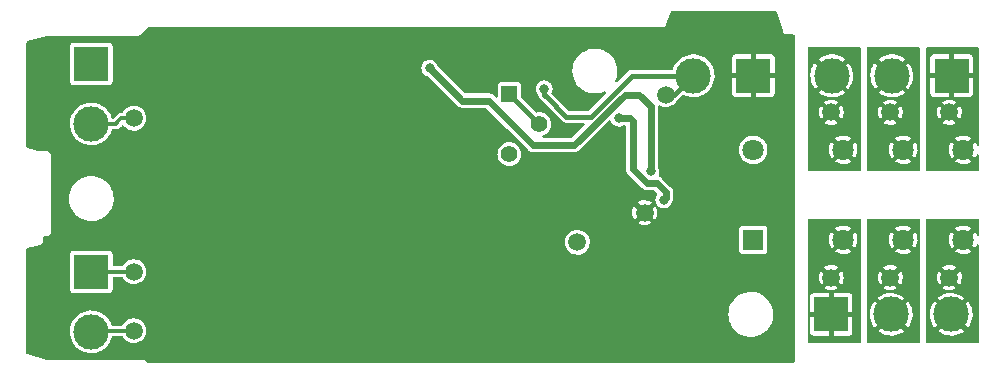
<source format=gbl>
G04 #@! TF.GenerationSoftware,KiCad,Pcbnew,6.0.9-8da3e8f707~116~ubuntu20.04.1*
G04 #@! TF.CreationDate,2023-03-26T15:22:18+00:00*
G04 #@! TF.ProjectId,LEC000043,4c454330-3030-4303-9433-2e6b69636164,rev?*
G04 #@! TF.SameCoordinates,Original*
G04 #@! TF.FileFunction,Copper,L2,Bot*
G04 #@! TF.FilePolarity,Positive*
%FSLAX46Y46*%
G04 Gerber Fmt 4.6, Leading zero omitted, Abs format (unit mm)*
G04 Created by KiCad (PCBNEW 6.0.9-8da3e8f707~116~ubuntu20.04.1) date 2023-03-26 15:22:18*
%MOMM*%
%LPD*%
G01*
G04 APERTURE LIST*
G04 #@! TA.AperFunction,ComponentPad*
%ADD10R,3.000000X3.000000*%
G04 #@! TD*
G04 #@! TA.AperFunction,ComponentPad*
%ADD11C,3.000000*%
G04 #@! TD*
G04 #@! TA.AperFunction,ComponentPad*
%ADD12C,1.800000*%
G04 #@! TD*
G04 #@! TA.AperFunction,ComponentPad*
%ADD13R,1.800000X1.800000*%
G04 #@! TD*
G04 #@! TA.AperFunction,ComponentPad*
%ADD14R,1.400000X1.400000*%
G04 #@! TD*
G04 #@! TA.AperFunction,ComponentPad*
%ADD15C,1.400000*%
G04 #@! TD*
G04 #@! TA.AperFunction,SMDPad,CuDef*
%ADD16C,1.500000*%
G04 #@! TD*
G04 #@! TA.AperFunction,ViaPad*
%ADD17C,0.800000*%
G04 #@! TD*
G04 #@! TA.AperFunction,Conductor*
%ADD18C,0.600000*%
G04 #@! TD*
G04 #@! TA.AperFunction,Conductor*
%ADD19C,0.400000*%
G04 #@! TD*
G04 #@! TA.AperFunction,Conductor*
%ADD20C,0.300000*%
G04 #@! TD*
G04 APERTURE END LIST*
D10*
G04 #@! TO.P,J1,1,Pin_1*
G04 #@! TO.N,GND*
X59400000Y27100000D03*
D11*
G04 #@! TO.P,J1,2,Pin_2*
G04 #@! TO.N,Net-(J1-Pad2)*
X54320000Y27100000D03*
G04 #@! TD*
D10*
G04 #@! TO.P,J2,1,Pin_1*
G04 #@! TO.N,TRACK_B_DETECT_ZONE*
X3350000Y28100000D03*
D11*
G04 #@! TO.P,J2,2,Pin_2*
X3350000Y23020000D03*
G04 #@! TD*
D10*
G04 #@! TO.P,J3,1,Pin_1*
G04 #@! TO.N,TRACK_B*
X3350000Y10500000D03*
D11*
G04 #@! TO.P,J3,2,Pin_2*
G04 #@! TO.N,TRACK_A*
X3350000Y5420000D03*
G04 #@! TD*
D10*
G04 #@! TO.P,J5,1,Pin_1*
G04 #@! TO.N,/T1*
X76200000Y27100000D03*
D11*
G04 #@! TO.P,J5,2,Pin_2*
G04 #@! TO.N,/R1*
X71120000Y27100000D03*
G04 #@! TO.P,J5,3,Pin_3*
G04 #@! TO.N,/C1*
X66040000Y27100000D03*
G04 #@! TD*
D10*
G04 #@! TO.P,J6,1,Pin_1*
G04 #@! TO.N,/C2*
X66000000Y6900000D03*
D11*
G04 #@! TO.P,J6,2,Pin_2*
G04 #@! TO.N,/R2*
X71080000Y6900000D03*
G04 #@! TO.P,J6,3,Pin_3*
G04 #@! TO.N,/T2*
X76160000Y6900000D03*
G04 #@! TD*
D12*
G04 #@! TO.P,K1,1*
G04 #@! TO.N,+5V*
X59400000Y20820000D03*
G04 #@! TO.P,K1,4*
G04 #@! TO.N,/C1*
X67020000Y20820000D03*
G04 #@! TO.P,K1,6*
G04 #@! TO.N,/R1*
X72100000Y20820000D03*
G04 #@! TO.P,K1,8*
G04 #@! TO.N,/T1*
X77180000Y20820000D03*
G04 #@! TO.P,K1,9*
G04 #@! TO.N,/T2*
X77180000Y13200000D03*
G04 #@! TO.P,K1,11*
G04 #@! TO.N,/R2*
X72100000Y13200000D03*
G04 #@! TO.P,K1,13*
G04 #@! TO.N,/C2*
X67020000Y13200000D03*
D13*
G04 #@! TO.P,K1,16*
G04 #@! TO.N,Net-(D10-Pad2)*
X59400000Y13200000D03*
G04 #@! TD*
D14*
G04 #@! TO.P,RV1,1,1*
G04 #@! TO.N,/FORCE*
X38750000Y25540000D03*
D15*
G04 #@! TO.P,RV1,2,2*
X41290000Y23000000D03*
G04 #@! TO.P,RV1,3,3*
G04 #@! TO.N,Net-(R5-Pad2)*
X38750000Y20460000D03*
G04 #@! TD*
D16*
G04 #@! TO.P,TP4,1,1*
G04 #@! TO.N,+5V*
X44500000Y13000000D03*
G04 #@! TD*
G04 #@! TO.P,TP6,1,1*
G04 #@! TO.N,GND*
X50200000Y15500000D03*
G04 #@! TD*
G04 #@! TO.P,TP7,1,1*
G04 #@! TO.N,Net-(J1-Pad2)*
X52000000Y25500000D03*
G04 #@! TD*
G04 #@! TO.P,TP8,1,1*
G04 #@! TO.N,TRACK_B_DETECT_ZONE*
X6950000Y23500000D03*
G04 #@! TD*
G04 #@! TO.P,TP9,1,1*
G04 #@! TO.N,TRACK_A*
X6950000Y5500000D03*
G04 #@! TD*
G04 #@! TO.P,TP10,1,1*
G04 #@! TO.N,TRACK_B*
X6950000Y10500000D03*
G04 #@! TD*
G04 #@! TO.P,TP1,1,1*
G04 #@! TO.N,/R1*
X71000000Y24000000D03*
G04 #@! TD*
G04 #@! TO.P,TP2,1,1*
G04 #@! TO.N,/C1*
X66000000Y24000000D03*
G04 #@! TD*
G04 #@! TO.P,TP3,1,1*
G04 #@! TO.N,/T1*
X76000000Y24000000D03*
G04 #@! TD*
G04 #@! TO.P,TP5,1,1*
G04 #@! TO.N,/R2*
X71000000Y10000000D03*
G04 #@! TD*
G04 #@! TO.P,TP11,1,1*
G04 #@! TO.N,/C2*
X66000000Y10000000D03*
G04 #@! TD*
G04 #@! TO.P,TP12,1,1*
G04 #@! TO.N,/T2*
X76000000Y10000000D03*
G04 #@! TD*
D17*
G04 #@! TO.N,GND*
X15500000Y16500000D03*
X50000000Y7500000D03*
X49000000Y11500000D03*
X47000000Y15500000D03*
X38000000Y16500000D03*
X60000000Y15500000D03*
X46000000Y15500000D03*
X16492486Y6500000D03*
X26000000Y12500000D03*
X35500000Y4000000D03*
X46000000Y16500000D03*
X40500000Y4000000D03*
X36750000Y23750000D03*
X13900000Y24500000D03*
X30500000Y9000000D03*
X55500000Y4000000D03*
X45500000Y4000000D03*
X30500000Y24000000D03*
X61600000Y10800000D03*
X35500000Y14000000D03*
X50000000Y11500000D03*
X46250000Y20250000D03*
X43000000Y22500000D03*
X41250000Y27500000D03*
X6950000Y21500000D03*
X60500000Y24000000D03*
X22400000Y25900000D03*
X30500000Y6500000D03*
X53000000Y15300000D03*
X47000000Y13500000D03*
X52000000Y20250000D03*
X54000000Y7500000D03*
X6950000Y29000000D03*
X38000000Y4000000D03*
X45000000Y15500000D03*
X28200000Y29600000D03*
X53000000Y20250000D03*
X16500000Y24500000D03*
X58000000Y24000000D03*
X40750000Y25000000D03*
X55500000Y24000000D03*
X12700000Y3400000D03*
X53000000Y13300000D03*
X30500000Y14000000D03*
X25200000Y3400000D03*
X54000000Y5500000D03*
X36500000Y21250000D03*
X40500000Y14000000D03*
X31000000Y12500000D03*
X55500000Y9000000D03*
X48000000Y4000000D03*
X30300000Y29600000D03*
X6950000Y26500000D03*
X43000000Y4000000D03*
X61600000Y13200000D03*
X50500000Y29000000D03*
X42200000Y30300000D03*
X48000000Y29000000D03*
X47000000Y14500000D03*
X13992486Y6500000D03*
X58000000Y19500000D03*
X6950000Y14000000D03*
X14992486Y4500000D03*
X50000000Y5500000D03*
X15500000Y19000000D03*
X9700000Y3400000D03*
X34500000Y21000000D03*
X39900000Y16600000D03*
X28000000Y24000000D03*
X61500000Y15500000D03*
X38000000Y14000000D03*
X28000000Y26500000D03*
G04 #@! TO.N,+5V*
X51825000Y16575000D03*
X44400000Y12900000D03*
X48000000Y23500000D03*
G04 #@! TO.N,Net-(C7-Pad1)*
X32000000Y27750000D03*
X50750000Y19000000D03*
G04 #@! TO.N,Net-(J1-Pad2)*
X41700000Y26000000D03*
G04 #@! TD*
D18*
G04 #@! TO.N,+5V*
X52000000Y16750000D02*
X51825000Y16575000D01*
X49250000Y23250000D02*
X49250000Y19167998D01*
X49250000Y19167998D02*
X50417998Y18000000D01*
X51250000Y18000000D02*
X52000000Y17250000D01*
X49000000Y23500000D02*
X49250000Y23250000D01*
X48000000Y23500000D02*
X49000000Y23500000D01*
X50417998Y18000000D02*
X51250000Y18000000D01*
X44500000Y13000000D02*
X44400000Y12900000D01*
X52000000Y17250000D02*
X52000000Y16750000D01*
D19*
G04 #@! TO.N,/FORCE*
X41290000Y23000000D02*
X38750000Y25540000D01*
D20*
G04 #@! TO.N,TRACK_B*
X6950000Y10500000D02*
X3350000Y10500000D01*
G04 #@! TO.N,TRACK_A*
X6950000Y5500000D02*
X3430000Y5500000D01*
X3430000Y5500000D02*
X3350000Y5420000D01*
G04 #@! TO.N,TRACK_B_DETECT_ZONE*
X5471320Y23020000D02*
X3350000Y23020000D01*
X6950000Y23500000D02*
X5889340Y23500000D01*
X5550000Y23098680D02*
X5471320Y23020000D01*
X5889340Y23500000D02*
X5550000Y23160660D01*
X5550000Y23160660D02*
X5550000Y23098680D01*
D18*
G04 #@! TO.N,Net-(C7-Pad1)*
X50750000Y24500000D02*
X49750000Y25500000D01*
X48500000Y25500000D02*
X44250000Y21250000D01*
X44250000Y21250000D02*
X40750000Y21250000D01*
X49750000Y25500000D02*
X48500000Y25500000D01*
X37000001Y24999999D02*
X34750001Y24999999D01*
X50750000Y19000000D02*
X50750000Y24500000D01*
X40750000Y21250000D02*
X37000001Y24999999D01*
X34750001Y24999999D02*
X32000000Y27750000D01*
D19*
G04 #@! TO.N,Net-(J1-Pad2)*
X41900000Y25300000D02*
X41700000Y25500000D01*
X45630019Y23619981D02*
X43580019Y23619981D01*
X41700000Y25500000D02*
X41700000Y26000000D01*
X49110038Y27100000D02*
X45630019Y23619981D01*
X52720000Y25500000D02*
X54320000Y27100000D01*
X54320000Y27100000D02*
X49110038Y27100000D01*
X52000000Y25500000D02*
X52720000Y25500000D01*
X43580019Y23619981D02*
X41900000Y25300000D01*
G04 #@! TD*
G04 #@! TA.AperFunction,Conductor*
G04 #@! TO.N,GND*
G36*
X61360950Y32580593D02*
G01*
X61397584Y32528947D01*
X61900309Y30853200D01*
X61904115Y30833295D01*
X61905413Y30818304D01*
X61909427Y30810092D01*
X61918559Y30791410D01*
X61919437Y30789439D01*
X61920204Y30786883D01*
X61922290Y30782832D01*
X61922293Y30782825D01*
X61930910Y30766091D01*
X61931837Y30764245D01*
X61934617Y30758558D01*
X61954575Y30717731D01*
X61956955Y30715523D01*
X61958443Y30712634D01*
X61964335Y30707393D01*
X61964337Y30707391D01*
X61997151Y30678206D01*
X61998685Y30676812D01*
X62030853Y30646972D01*
X62030856Y30646970D01*
X62036646Y30641599D01*
X62039662Y30640396D01*
X62042089Y30638237D01*
X62049484Y30635465D01*
X62049485Y30635464D01*
X62090612Y30620046D01*
X62092544Y30619298D01*
X62140622Y30600117D01*
X62144887Y30599699D01*
X62146911Y30598940D01*
X62204811Y30599495D01*
X62205759Y30599500D01*
X62801000Y30599500D01*
X62859191Y30580593D01*
X62895155Y30531093D01*
X62900000Y30500500D01*
X62900000Y2899500D01*
X62881093Y2841309D01*
X62831593Y2805345D01*
X62801000Y2800500D01*
X8165480Y2800500D01*
X8107289Y2819407D01*
X8095476Y2829496D01*
X8050319Y2874653D01*
X8047619Y2877781D01*
X8045425Y2882269D01*
X8009179Y2915892D01*
X8006503Y2918468D01*
X7992723Y2932248D01*
X7989013Y2934793D01*
X7985100Y2938229D01*
X7970055Y2952185D01*
X7963354Y2958401D01*
X7952664Y2962666D01*
X7933348Y2972980D01*
X7931393Y2974321D01*
X7931390Y2974322D01*
X7923854Y2979492D01*
X7897941Y2985641D01*
X7884116Y2990014D01*
X7865868Y2997294D01*
X7865866Y2997294D01*
X7859378Y2999883D01*
X7853085Y3000500D01*
X7846916Y3000500D01*
X7824057Y3003175D01*
X7823827Y3003230D01*
X7823825Y3003230D01*
X7814934Y3005340D01*
X7786013Y3001404D01*
X7772663Y3000500D01*
X-391366Y3000500D01*
X-419813Y3004675D01*
X-422029Y3005340D01*
X-2078947Y3502416D01*
X-2129251Y3537247D01*
X-2149500Y3597241D01*
X-2149500Y5467264D01*
X1545070Y5467264D01*
X1545246Y5463598D01*
X1545246Y5463596D01*
X1547583Y5414947D01*
X1557909Y5199959D01*
X1610118Y4937488D01*
X1611358Y4934033D01*
X1611359Y4934031D01*
X1683683Y4732594D01*
X1700549Y4685617D01*
X1827215Y4449879D01*
X1829414Y4446934D01*
X1829416Y4446931D01*
X1830843Y4445020D01*
X1987335Y4235453D01*
X2177390Y4047050D01*
X2393205Y3888808D01*
X2630039Y3764203D01*
X2633510Y3762991D01*
X2633512Y3762990D01*
X2721927Y3732114D01*
X2882690Y3675974D01*
X3145606Y3626057D01*
X3279309Y3620804D01*
X3409343Y3615695D01*
X3409346Y3615695D01*
X3413013Y3615551D01*
X3549669Y3630517D01*
X3675394Y3644286D01*
X3675397Y3644287D01*
X3679035Y3644685D01*
X3937829Y3712820D01*
X3941204Y3714270D01*
X3941207Y3714271D01*
X4061412Y3765915D01*
X4183710Y3818458D01*
X4186827Y3820387D01*
X4186833Y3820390D01*
X4408149Y3957345D01*
X4408154Y3957349D01*
X4411275Y3959280D01*
X4615526Y4132191D01*
X4706085Y4235453D01*
X4789550Y4330626D01*
X4789554Y4330631D01*
X4791976Y4333393D01*
X4879227Y4469041D01*
X4934757Y4555372D01*
X4934758Y4555373D01*
X4936747Y4558466D01*
X4958412Y4606559D01*
X5045153Y4799118D01*
X5045154Y4799120D01*
X5046661Y4802466D01*
X5095990Y4977373D01*
X5129983Y5028246D01*
X5191273Y5049500D01*
X5939933Y5049500D01*
X5998124Y5030593D01*
X6027985Y4995753D01*
X6062712Y4928182D01*
X6190677Y4766730D01*
X6194357Y4763598D01*
X6194359Y4763596D01*
X6281911Y4689084D01*
X6347564Y4633209D01*
X6351787Y4630849D01*
X6351791Y4630846D01*
X6391342Y4608742D01*
X6527398Y4532703D01*
X6531996Y4531209D01*
X6718724Y4470537D01*
X6718726Y4470536D01*
X6723329Y4469041D01*
X6927894Y4444649D01*
X6932716Y4445020D01*
X6932719Y4445020D01*
X7000541Y4450239D01*
X7133300Y4460454D01*
X7331725Y4515855D01*
X7336038Y4518034D01*
X7336044Y4518036D01*
X7511289Y4606559D01*
X7511291Y4606560D01*
X7515610Y4608742D01*
X7550943Y4636347D01*
X7674135Y4732594D01*
X7674139Y4732598D01*
X7677951Y4735576D01*
X7812564Y4891528D01*
X7831231Y4924387D01*
X7911934Y5066450D01*
X7911935Y5066453D01*
X7914323Y5070656D01*
X7936372Y5136935D01*
X7977824Y5261546D01*
X7977824Y5261548D01*
X7979351Y5266137D01*
X7984321Y5305475D01*
X7998718Y5419442D01*
X8005171Y5470526D01*
X8005583Y5500000D01*
X7985480Y5705030D01*
X7977979Y5729876D01*
X7927333Y5897620D01*
X7925935Y5902251D01*
X7829218Y6084151D01*
X7699011Y6243800D01*
X7540275Y6375118D01*
X7428123Y6435758D01*
X7363309Y6470803D01*
X7363308Y6470803D01*
X7359055Y6473103D01*
X7295855Y6492667D01*
X7166875Y6532593D01*
X7166871Y6532594D01*
X7162254Y6534023D01*
X7157446Y6534528D01*
X7157443Y6534529D01*
X6962185Y6555051D01*
X6962183Y6555051D01*
X6957369Y6555557D01*
X6897354Y6550095D01*
X6757022Y6537325D01*
X6757017Y6537324D01*
X6752203Y6536886D01*
X6554572Y6478720D01*
X6550288Y6476481D01*
X6550287Y6476480D01*
X6539428Y6470803D01*
X6372002Y6383274D01*
X6368231Y6380242D01*
X6215220Y6257219D01*
X6215217Y6257217D01*
X6211447Y6254185D01*
X6208333Y6250474D01*
X6208332Y6250473D01*
X6082139Y6100083D01*
X6082136Y6100079D01*
X6079024Y6096370D01*
X6076692Y6092127D01*
X6076690Y6092125D01*
X6027038Y6001807D01*
X5982435Y5959922D01*
X5940283Y5950500D01*
X5143364Y5950500D01*
X5085173Y5969407D01*
X5051095Y6013619D01*
X4980992Y6193889D01*
X4980992Y6193890D01*
X4979662Y6197309D01*
X4846868Y6429650D01*
X4818728Y6465346D01*
X4726601Y6582208D01*
X4681190Y6639811D01*
X4678517Y6642325D01*
X4678512Y6642331D01*
X4488941Y6820661D01*
X4486269Y6823175D01*
X4437846Y6856767D01*
X57294906Y6856767D01*
X57295246Y6853205D01*
X57295246Y6853198D01*
X57315606Y6639811D01*
X57321102Y6582208D01*
X57386657Y6314306D01*
X57490199Y6058674D01*
X57492010Y6055581D01*
X57492011Y6055579D01*
X57548020Y5959922D01*
X57629558Y5820665D01*
X57801816Y5605268D01*
X58003364Y5416992D01*
X58229979Y5259784D01*
X58233184Y5258189D01*
X58233190Y5258186D01*
X58473699Y5138534D01*
X58473704Y5138532D01*
X58476914Y5136935D01*
X58480325Y5135817D01*
X58480327Y5135816D01*
X58735593Y5052136D01*
X58735596Y5052135D01*
X58738998Y5051020D01*
X59010738Y5003838D01*
X59061160Y5001328D01*
X59096644Y4999561D01*
X59096657Y4999561D01*
X59097876Y4999500D01*
X59270070Y4999500D01*
X59475083Y5014375D01*
X59548540Y5030593D01*
X59740904Y5073063D01*
X59740910Y5073065D01*
X59744403Y5073836D01*
X59747752Y5075105D01*
X59747756Y5075106D01*
X59910951Y5136935D01*
X60002319Y5171551D01*
X60243428Y5305475D01*
X60462678Y5472802D01*
X60655477Y5670026D01*
X60684325Y5709658D01*
X60815682Y5890124D01*
X60817787Y5893016D01*
X60820210Y5897620D01*
X60944536Y6133927D01*
X60946206Y6137101D01*
X61038045Y6397168D01*
X61052660Y6471316D01*
X61090687Y6664252D01*
X61091380Y6667768D01*
X61105094Y6943233D01*
X61104754Y6946795D01*
X61104754Y6946802D01*
X61079239Y7214221D01*
X61079238Y7214225D01*
X61078898Y7217792D01*
X61013343Y7485694D01*
X60909801Y7741326D01*
X60770442Y7979335D01*
X60598184Y8194732D01*
X60396636Y8383008D01*
X60170021Y8540216D01*
X60166816Y8541811D01*
X60166810Y8541814D01*
X59926301Y8661466D01*
X59926296Y8661468D01*
X59923086Y8663065D01*
X59919675Y8664183D01*
X59919673Y8664184D01*
X59664407Y8747864D01*
X59664404Y8747865D01*
X59661002Y8748980D01*
X59389262Y8796162D01*
X59338840Y8798672D01*
X59303356Y8800439D01*
X59303343Y8800439D01*
X59302124Y8800500D01*
X59129930Y8800500D01*
X58924917Y8785625D01*
X58921406Y8784850D01*
X58921407Y8784850D01*
X58659096Y8726937D01*
X58659090Y8726935D01*
X58655597Y8726164D01*
X58652248Y8724895D01*
X58652244Y8724894D01*
X58590845Y8701632D01*
X58397681Y8628449D01*
X58156572Y8494525D01*
X57937322Y8327198D01*
X57744523Y8129974D01*
X57742414Y8127077D01*
X57742411Y8127073D01*
X57584318Y7909876D01*
X57582213Y7906984D01*
X57453794Y7662899D01*
X57361955Y7402832D01*
X57308620Y7132232D01*
X57308442Y7128659D01*
X57308442Y7128658D01*
X57307573Y7111208D01*
X57294906Y6856767D01*
X4437846Y6856767D01*
X4266385Y6975714D01*
X4026371Y7094076D01*
X3771497Y7175662D01*
X3767880Y7176251D01*
X3767876Y7176252D01*
X3510983Y7218089D01*
X3510978Y7218089D01*
X3507364Y7218678D01*
X3503699Y7218726D01*
X3403651Y7220036D01*
X3239774Y7222181D01*
X3236146Y7221687D01*
X3236142Y7221687D01*
X3107189Y7204137D01*
X2974605Y7186093D01*
X2717683Y7111208D01*
X2474652Y6999169D01*
X2471585Y6997158D01*
X2471581Y6997156D01*
X2262905Y6860341D01*
X2250851Y6852438D01*
X2248119Y6849999D01*
X2248117Y6849998D01*
X2215248Y6820661D01*
X2051197Y6674240D01*
X2048850Y6671418D01*
X2048849Y6671417D01*
X1889720Y6480085D01*
X1880075Y6468488D01*
X1741244Y6239702D01*
X1637755Y5992909D01*
X1571881Y5733530D01*
X1545070Y5467264D01*
X-2149500Y5467264D01*
X-2149500Y8955354D01*
X1549500Y8955354D01*
X1552618Y8929154D01*
X1598061Y8826847D01*
X1604529Y8820390D01*
X1604530Y8820389D01*
X1629318Y8795644D01*
X1677287Y8747759D01*
X1685645Y8744064D01*
X1772864Y8705504D01*
X1772866Y8705504D01*
X1779673Y8702494D01*
X1787067Y8701632D01*
X1802378Y8699847D01*
X1805354Y8699500D01*
X4894646Y8699500D01*
X4912561Y8701632D01*
X4913469Y8701740D01*
X4913470Y8701740D01*
X4920846Y8702618D01*
X5023153Y8748061D01*
X5102241Y8827287D01*
X5147506Y8929673D01*
X5150500Y8955354D01*
X5150500Y9950500D01*
X5169407Y10008691D01*
X5218907Y10044655D01*
X5249500Y10049500D01*
X5939933Y10049500D01*
X5998124Y10030593D01*
X6027985Y9995753D01*
X6062712Y9928182D01*
X6190677Y9766730D01*
X6194357Y9763598D01*
X6194359Y9763596D01*
X6307017Y9667717D01*
X6347564Y9633209D01*
X6351787Y9630849D01*
X6351791Y9630846D01*
X6391342Y9608742D01*
X6527398Y9532703D01*
X6531996Y9531209D01*
X6718724Y9470537D01*
X6718726Y9470536D01*
X6723329Y9469041D01*
X6927894Y9444649D01*
X6932716Y9445020D01*
X6932719Y9445020D01*
X7000541Y9450239D01*
X7133300Y9460454D01*
X7331725Y9515855D01*
X7336038Y9518034D01*
X7336044Y9518036D01*
X7511289Y9606559D01*
X7511291Y9606560D01*
X7515610Y9608742D01*
X7550943Y9636347D01*
X7674135Y9732594D01*
X7674139Y9732598D01*
X7677951Y9735576D01*
X7812564Y9891528D01*
X7831231Y9924387D01*
X7911934Y10066450D01*
X7911935Y10066453D01*
X7914323Y10070656D01*
X7979351Y10266137D01*
X8005171Y10470526D01*
X8005583Y10500000D01*
X7985480Y10705030D01*
X7925935Y10902251D01*
X7829218Y11084151D01*
X7699011Y11243800D01*
X7540275Y11375118D01*
X7359055Y11473103D01*
X7295855Y11492667D01*
X7166875Y11532593D01*
X7166871Y11532594D01*
X7162254Y11534023D01*
X7157446Y11534528D01*
X7157443Y11534529D01*
X6962185Y11555051D01*
X6962183Y11555051D01*
X6957369Y11555557D01*
X6897354Y11550095D01*
X6757022Y11537325D01*
X6757017Y11537324D01*
X6752203Y11536886D01*
X6554572Y11478720D01*
X6550288Y11476481D01*
X6550287Y11476480D01*
X6539428Y11470803D01*
X6372002Y11383274D01*
X6368231Y11380242D01*
X6215220Y11257219D01*
X6215217Y11257217D01*
X6211447Y11254185D01*
X6208333Y11250474D01*
X6208332Y11250473D01*
X6082139Y11100083D01*
X6082136Y11100079D01*
X6079024Y11096370D01*
X6076692Y11092127D01*
X6076690Y11092125D01*
X6027038Y11001807D01*
X5982435Y10959922D01*
X5940283Y10950500D01*
X5249500Y10950500D01*
X5191309Y10969407D01*
X5155345Y11018907D01*
X5150500Y11049500D01*
X5150500Y12044646D01*
X5147382Y12070846D01*
X5101939Y12173153D01*
X5022713Y12252241D01*
X4981374Y12270517D01*
X4927136Y12294496D01*
X4927134Y12294496D01*
X4920327Y12297506D01*
X4906322Y12299139D01*
X4897494Y12300168D01*
X4897493Y12300168D01*
X4894646Y12300500D01*
X1805354Y12300500D01*
X1788951Y12298548D01*
X1786531Y12298260D01*
X1786530Y12298260D01*
X1779154Y12297382D01*
X1676847Y12251939D01*
X1670390Y12245471D01*
X1670389Y12245470D01*
X1636976Y12211998D01*
X1597759Y12172713D01*
X1594064Y12164355D01*
X1579250Y12130846D01*
X1552494Y12070327D01*
X1549500Y12044646D01*
X1549500Y8955354D01*
X-2149500Y8955354D01*
X-2149500Y12398656D01*
X-2130593Y12456847D01*
X-2077697Y12493847D01*
X-1004609Y12800444D01*
X-985956Y12803884D01*
X-977409Y12804624D01*
X-977407Y12804624D01*
X-968304Y12805413D01*
X-942104Y12818220D01*
X-941559Y12818458D01*
X-940574Y12818740D01*
X-917271Y12830356D01*
X-916712Y12830631D01*
X-875565Y12850745D01*
X-875563Y12850747D01*
X-867731Y12854575D01*
X-866911Y12855459D01*
X-865828Y12855999D01*
X-829134Y12896178D01*
X-828612Y12896746D01*
X-815633Y12910737D01*
X-791599Y12936646D01*
X-791152Y12937767D01*
X-790337Y12938659D01*
X-770564Y12989363D01*
X-770282Y12990078D01*
X-760444Y13014738D01*
X43444520Y13014738D01*
X43450415Y12944541D01*
X43461006Y12818419D01*
X43461759Y12809447D01*
X43463092Y12804799D01*
X43463092Y12804798D01*
X43477921Y12753085D01*
X43518544Y12611414D01*
X43612712Y12428182D01*
X43740677Y12266730D01*
X43744357Y12263598D01*
X43744359Y12263596D01*
X43792219Y12222864D01*
X43897564Y12133209D01*
X43901787Y12130849D01*
X43901791Y12130846D01*
X44009149Y12070846D01*
X44077398Y12032703D01*
X44081996Y12031209D01*
X44268724Y11970537D01*
X44268726Y11970536D01*
X44273329Y11969041D01*
X44477894Y11944649D01*
X44482716Y11945020D01*
X44482719Y11945020D01*
X44550541Y11950239D01*
X44683300Y11960454D01*
X44881725Y12015855D01*
X44886038Y12018034D01*
X44886044Y12018036D01*
X45061289Y12106559D01*
X45061291Y12106560D01*
X45065610Y12108742D01*
X45080518Y12120389D01*
X45224135Y12232594D01*
X45224139Y12232598D01*
X45227951Y12235576D01*
X45236492Y12245470D01*
X45245023Y12255354D01*
X58199500Y12255354D01*
X58202618Y12229154D01*
X58248061Y12126847D01*
X58254529Y12120390D01*
X58254530Y12120389D01*
X58268384Y12106559D01*
X58327287Y12047759D01*
X58335645Y12044064D01*
X58422864Y12005504D01*
X58422866Y12005504D01*
X58429673Y12002494D01*
X58437067Y12001632D01*
X58452378Y11999847D01*
X58455354Y11999500D01*
X60344646Y11999500D01*
X60362561Y12001632D01*
X60363469Y12001740D01*
X60363470Y12001740D01*
X60370846Y12002618D01*
X60473153Y12048061D01*
X60502676Y12077635D01*
X60545786Y12120821D01*
X60552241Y12127287D01*
X60597506Y12229673D01*
X60600500Y12255354D01*
X60600500Y14144646D01*
X60597382Y14170846D01*
X60551939Y14273153D01*
X60472713Y14352241D01*
X60443591Y14365116D01*
X60377136Y14394496D01*
X60377134Y14394496D01*
X60370327Y14397506D01*
X60356322Y14399139D01*
X60347494Y14400168D01*
X60347493Y14400168D01*
X60344646Y14400500D01*
X58455354Y14400500D01*
X58438951Y14398548D01*
X58436531Y14398260D01*
X58436530Y14398260D01*
X58429154Y14397382D01*
X58326847Y14351939D01*
X58247759Y14272713D01*
X58202494Y14170327D01*
X58199500Y14144646D01*
X58199500Y12255354D01*
X45245023Y12255354D01*
X45287313Y12304349D01*
X45362564Y12391528D01*
X45364957Y12395740D01*
X45461934Y12566450D01*
X45461935Y12566453D01*
X45464323Y12570656D01*
X45477882Y12611414D01*
X45527824Y12761546D01*
X45527824Y12761548D01*
X45529351Y12766137D01*
X45534120Y12803884D01*
X45548017Y12913899D01*
X45555171Y12970526D01*
X45555583Y13000000D01*
X45551600Y13040622D01*
X45535952Y13200220D01*
X45535951Y13200224D01*
X45535480Y13205030D01*
X45475935Y13402251D01*
X45379218Y13584151D01*
X45249011Y13743800D01*
X45245282Y13746885D01*
X45094002Y13872035D01*
X45094000Y13872036D01*
X45090275Y13875118D01*
X44909055Y13973103D01*
X44845855Y13992667D01*
X44716875Y14032593D01*
X44716871Y14032594D01*
X44712254Y14034023D01*
X44707446Y14034528D01*
X44707443Y14034529D01*
X44512185Y14055051D01*
X44512183Y14055051D01*
X44507369Y14055557D01*
X44447354Y14050095D01*
X44307022Y14037325D01*
X44307017Y14037324D01*
X44302203Y14036886D01*
X44104572Y13978720D01*
X44100288Y13976481D01*
X44100287Y13976480D01*
X44089428Y13970803D01*
X43922002Y13883274D01*
X43918231Y13880242D01*
X43765220Y13757219D01*
X43765217Y13757217D01*
X43761447Y13754185D01*
X43758333Y13750474D01*
X43758332Y13750473D01*
X43749585Y13740048D01*
X43629024Y13596370D01*
X43626689Y13592122D01*
X43626688Y13592121D01*
X43619955Y13579874D01*
X43529776Y13415838D01*
X43467484Y13219468D01*
X43466944Y13214656D01*
X43466944Y13214655D01*
X43452865Y13089132D01*
X43444520Y13014738D01*
X-760444Y13014738D01*
X-750117Y13040622D01*
X-749963Y13042190D01*
X-749665Y13042955D01*
X-749657Y13045318D01*
X-749500Y13046915D01*
X-749500Y13089132D01*
X-749265Y13154899D01*
X-749463Y13155418D01*
X-749500Y13155828D01*
X-749500Y13401000D01*
X-730593Y13459191D01*
X-681093Y13495155D01*
X-650500Y13500000D01*
X-300000Y13500000D01*
X-50000Y13750000D01*
X-50000Y14627285D01*
X49615400Y14627285D01*
X49622629Y14619773D01*
X49773373Y14535525D01*
X49782201Y14531668D01*
X49968838Y14471026D01*
X49978238Y14468959D01*
X50173103Y14445723D01*
X50182729Y14445521D01*
X50378385Y14460576D01*
X50387876Y14462250D01*
X50576882Y14515022D01*
X50585862Y14518504D01*
X50761017Y14606982D01*
X50769158Y14612148D01*
X50776928Y14618219D01*
X50784386Y14629277D01*
X50784315Y14631305D01*
X50781618Y14635539D01*
X50211086Y15206071D01*
X50199203Y15212125D01*
X50194172Y15211329D01*
X49620877Y14638034D01*
X49615400Y14627285D01*
X-50000Y14627285D01*
X-50000Y16656767D01*
X1444906Y16656767D01*
X1445246Y16653205D01*
X1445246Y16653198D01*
X1470761Y16385779D01*
X1471102Y16382208D01*
X1536657Y16114306D01*
X1640199Y15858674D01*
X1779558Y15620665D01*
X1951816Y15405268D01*
X2153364Y15216992D01*
X2379979Y15059784D01*
X2383184Y15058189D01*
X2383190Y15058186D01*
X2623699Y14938534D01*
X2623704Y14938532D01*
X2626914Y14936935D01*
X2630325Y14935817D01*
X2630327Y14935816D01*
X2885593Y14852136D01*
X2885596Y14852135D01*
X2888998Y14851020D01*
X3160738Y14803838D01*
X3211160Y14801328D01*
X3246644Y14799561D01*
X3246657Y14799561D01*
X3247876Y14799500D01*
X3420070Y14799500D01*
X3625083Y14814375D01*
X3655490Y14821088D01*
X3890904Y14873063D01*
X3890910Y14873065D01*
X3894403Y14873836D01*
X3897752Y14875105D01*
X3897756Y14875106D01*
X4060951Y14936935D01*
X4152319Y14971551D01*
X4393428Y15105475D01*
X4612678Y15272802D01*
X4805477Y15470026D01*
X4807871Y15473314D01*
X4834509Y15509911D01*
X49145427Y15509911D01*
X49161847Y15314357D01*
X49163585Y15304889D01*
X49217674Y15116257D01*
X49221225Y15107289D01*
X49310921Y14932760D01*
X49316143Y14924658D01*
X49317753Y14922626D01*
X49328865Y14915244D01*
X49331076Y14915337D01*
X49335037Y14917880D01*
X49906071Y15488914D01*
X49911313Y15499203D01*
X50487875Y15499203D01*
X50488671Y15494172D01*
X51061528Y14921315D01*
X51072383Y14915784D01*
X51079791Y14922863D01*
X51161471Y15066647D01*
X51165392Y15075454D01*
X51227334Y15261654D01*
X51229469Y15271056D01*
X51254322Y15467788D01*
X51254709Y15473314D01*
X51255043Y15497240D01*
X51254812Y15502739D01*
X51235459Y15700123D01*
X51233590Y15709561D01*
X51176869Y15897428D01*
X51173200Y15906332D01*
X51100404Y16043239D01*
X51095389Y16071678D01*
X51087883Y16075412D01*
X51072069Y16085603D01*
X51069489Y16085458D01*
X51066076Y16083233D01*
X50493929Y15511086D01*
X50487875Y15499203D01*
X49911313Y15499203D01*
X49912125Y15500797D01*
X49911329Y15505828D01*
X49337556Y16079601D01*
X49326914Y16085023D01*
X49319300Y16077645D01*
X49232573Y15919889D01*
X49228773Y15911024D01*
X49169439Y15723979D01*
X49167435Y15714551D01*
X49145561Y15519539D01*
X49145427Y15509911D01*
X4834509Y15509911D01*
X4965682Y15690124D01*
X4967787Y15693016D01*
X4984078Y15723979D01*
X5082486Y15911024D01*
X5096206Y15937101D01*
X5188045Y16197168D01*
X5222422Y16371584D01*
X49614838Y16371584D01*
X49614956Y16369189D01*
X49617341Y16365502D01*
X50188914Y15793929D01*
X50200797Y15787875D01*
X50205828Y15788671D01*
X50779929Y16362772D01*
X50785983Y16374655D01*
X50785600Y16377078D01*
X50613114Y16470340D01*
X50604243Y16474069D01*
X50416774Y16532101D01*
X50407342Y16534037D01*
X50212182Y16554549D01*
X50202544Y16554616D01*
X50007117Y16536832D01*
X49997654Y16535026D01*
X49809407Y16479622D01*
X49800466Y16476009D01*
X49626573Y16385101D01*
X49621519Y16381793D01*
X49614838Y16371584D01*
X5222422Y16371584D01*
X5241380Y16467768D01*
X5255094Y16743233D01*
X5254754Y16746795D01*
X5254754Y16746802D01*
X5229239Y17014221D01*
X5229238Y17014225D01*
X5228898Y17017792D01*
X5163343Y17285694D01*
X5059801Y17541326D01*
X4998052Y17646787D01*
X4922253Y17776242D01*
X4920442Y17779335D01*
X4748184Y17994732D01*
X4546636Y18183008D01*
X4320021Y18340216D01*
X4316816Y18341811D01*
X4316810Y18341814D01*
X4076301Y18461466D01*
X4076296Y18461468D01*
X4073086Y18463065D01*
X4069675Y18464183D01*
X4069673Y18464184D01*
X3814407Y18547864D01*
X3814404Y18547865D01*
X3811002Y18548980D01*
X3539262Y18596162D01*
X3488840Y18598672D01*
X3453356Y18600439D01*
X3453343Y18600439D01*
X3452124Y18600500D01*
X3279930Y18600500D01*
X3074917Y18585625D01*
X3071406Y18584850D01*
X3071407Y18584850D01*
X2809096Y18526937D01*
X2809090Y18526935D01*
X2805597Y18526164D01*
X2802248Y18524895D01*
X2802244Y18524894D01*
X2790871Y18520585D01*
X2547681Y18428449D01*
X2306572Y18294525D01*
X2087322Y18127198D01*
X1894523Y17929974D01*
X1892414Y17927077D01*
X1892411Y17927073D01*
X1734318Y17709876D01*
X1732213Y17706984D01*
X1730549Y17703821D01*
X1730547Y17703818D01*
X1663757Y17576871D01*
X1603794Y17462899D01*
X1511955Y17202832D01*
X1458620Y16932232D01*
X1444906Y16656767D01*
X-50000Y16656767D01*
X-50000Y20474037D01*
X37744757Y20474037D01*
X37749846Y20413431D01*
X37756523Y20333922D01*
X37761175Y20278517D01*
X37762508Y20273869D01*
X37762508Y20273868D01*
X37778764Y20217179D01*
X37815258Y20089909D01*
X37817473Y20085599D01*
X37902731Y19919704D01*
X37902734Y19919700D01*
X37904944Y19915399D01*
X38026818Y19761631D01*
X38030505Y19758493D01*
X38030507Y19758491D01*
X38172550Y19637603D01*
X38172555Y19637600D01*
X38176238Y19634465D01*
X38180460Y19632105D01*
X38180465Y19632102D01*
X38221838Y19608980D01*
X38347513Y19538743D01*
X38448549Y19505914D01*
X38529513Y19479607D01*
X38529516Y19479606D01*
X38534118Y19478111D01*
X38728946Y19454879D01*
X38733768Y19455250D01*
X38733771Y19455250D01*
X38919748Y19469560D01*
X38919753Y19469561D01*
X38924576Y19469932D01*
X39113556Y19522697D01*
X39117869Y19524876D01*
X39117875Y19524878D01*
X39284368Y19608980D01*
X39284370Y19608982D01*
X39288689Y19611163D01*
X39294892Y19616009D01*
X39439487Y19728978D01*
X39439491Y19728982D01*
X39443303Y19731960D01*
X39467904Y19760460D01*
X39568345Y19876823D01*
X39568347Y19876825D01*
X39571509Y19880489D01*
X39574756Y19886204D01*
X39666036Y20046885D01*
X39666037Y20046888D01*
X39668425Y20051091D01*
X39679905Y20085599D01*
X39728831Y20232677D01*
X39728831Y20232679D01*
X39730358Y20237268D01*
X39754949Y20431929D01*
X39755341Y20460000D01*
X39754438Y20469217D01*
X39742138Y20594652D01*
X39736194Y20655272D01*
X39679484Y20843106D01*
X39587370Y21016347D01*
X39572002Y21035191D01*
X39466422Y21164645D01*
X39466421Y21164646D01*
X39463361Y21168398D01*
X39371145Y21244685D01*
X39315907Y21290382D01*
X39315906Y21290383D01*
X39312180Y21293465D01*
X39139585Y21386787D01*
X38952152Y21444807D01*
X38947342Y21445313D01*
X38947340Y21445313D01*
X38761835Y21464811D01*
X38761833Y21464811D01*
X38757019Y21465317D01*
X38692891Y21459481D01*
X38566438Y21447973D01*
X38566435Y21447972D01*
X38561618Y21447534D01*
X38556976Y21446168D01*
X38556972Y21446167D01*
X38378040Y21393504D01*
X38378037Y21393503D01*
X38373393Y21392136D01*
X38199512Y21301233D01*
X38195743Y21298203D01*
X38195742Y21298202D01*
X38186016Y21290382D01*
X38046600Y21178289D01*
X38020186Y21146810D01*
X37923589Y21031690D01*
X37923586Y21031686D01*
X37920480Y21027984D01*
X37825956Y20856046D01*
X37824492Y20851432D01*
X37824491Y20851429D01*
X37773266Y20689947D01*
X37766628Y20669022D01*
X37766088Y20664210D01*
X37766088Y20664209D01*
X37748516Y20507547D01*
X37744757Y20474037D01*
X-50000Y20474037D01*
X-50000Y20500000D01*
X-300000Y20750000D01*
X-1050000Y20750000D01*
X-1050000Y20741756D01*
X-1052693Y20738050D01*
X-1102193Y20702086D01*
X-1163081Y20701990D01*
X-1781629Y20900808D01*
X-2080796Y20996969D01*
X-2130408Y21032775D01*
X-2149500Y21091219D01*
X-2149500Y23067264D01*
X1545070Y23067264D01*
X1545246Y23063598D01*
X1545246Y23063596D01*
X1555661Y22846757D01*
X1557909Y22799959D01*
X1595945Y22608742D01*
X1604454Y22565965D01*
X1610118Y22537488D01*
X1611358Y22534033D01*
X1611359Y22534031D01*
X1650613Y22424701D01*
X1700549Y22285617D01*
X1827215Y22049879D01*
X1829414Y22046934D01*
X1829416Y22046931D01*
X1882388Y21975994D01*
X1987335Y21835453D01*
X1989953Y21832858D01*
X2171487Y21652902D01*
X2177390Y21647050D01*
X2393205Y21488808D01*
X2630039Y21364203D01*
X2633510Y21362991D01*
X2633512Y21362990D01*
X2721927Y21332114D01*
X2882690Y21275974D01*
X3145606Y21226057D01*
X3279310Y21220804D01*
X3409343Y21215695D01*
X3409346Y21215695D01*
X3413013Y21215551D01*
X3549669Y21230517D01*
X3675394Y21244286D01*
X3675397Y21244287D01*
X3679035Y21244685D01*
X3937829Y21312820D01*
X3941204Y21314270D01*
X3941207Y21314271D01*
X4061412Y21365915D01*
X4183710Y21418458D01*
X4186827Y21420387D01*
X4186833Y21420390D01*
X4408149Y21557345D01*
X4408154Y21557349D01*
X4411275Y21559280D01*
X4615526Y21732191D01*
X4706085Y21835453D01*
X4789550Y21930626D01*
X4789554Y21930631D01*
X4791976Y21933393D01*
X4885468Y22078743D01*
X4934757Y22155372D01*
X4934758Y22155373D01*
X4936747Y22158466D01*
X4987873Y22271960D01*
X5045153Y22399118D01*
X5045154Y22399120D01*
X5046661Y22402466D01*
X5062911Y22460083D01*
X5073428Y22497373D01*
X5107421Y22548247D01*
X5168711Y22569500D01*
X5438693Y22569500D01*
X5450329Y22568814D01*
X5485630Y22564636D01*
X5492906Y22565965D01*
X5492909Y22565965D01*
X5523608Y22571572D01*
X5543750Y22575251D01*
X5546796Y22575758D01*
X5605282Y22584551D01*
X5611795Y22587679D01*
X5618893Y22588975D01*
X5671302Y22616199D01*
X5674082Y22617588D01*
X5720728Y22639987D01*
X5720731Y22639989D01*
X5727399Y22643191D01*
X5731841Y22647297D01*
X5734101Y22648820D01*
X5739108Y22651421D01*
X5744148Y22655725D01*
X5781780Y22693357D01*
X5784583Y22696051D01*
X5821444Y22730124D01*
X5821446Y22730127D01*
X5826876Y22735146D01*
X5830398Y22741210D01*
X5836958Y22748535D01*
X5845484Y22757061D01*
X5854197Y22764803D01*
X5876299Y22782227D01*
X5882110Y22786808D01*
X5915714Y22835429D01*
X5917490Y22837915D01*
X5945192Y22875421D01*
X5994972Y22910993D01*
X6056156Y22910512D01*
X6102410Y22878095D01*
X6129507Y22843908D01*
X6190677Y22766730D01*
X6194357Y22763598D01*
X6194359Y22763596D01*
X6233689Y22730124D01*
X6347564Y22633209D01*
X6351787Y22630849D01*
X6351791Y22630846D01*
X6434627Y22584551D01*
X6527398Y22532703D01*
X6531996Y22531209D01*
X6718724Y22470537D01*
X6718726Y22470536D01*
X6723329Y22469041D01*
X6927894Y22444649D01*
X6932716Y22445020D01*
X6932719Y22445020D01*
X7000541Y22450239D01*
X7133300Y22460454D01*
X7331725Y22515855D01*
X7336038Y22518034D01*
X7336044Y22518036D01*
X7511289Y22606559D01*
X7511291Y22606560D01*
X7515610Y22608742D01*
X7519427Y22611724D01*
X7674135Y22732594D01*
X7674139Y22732598D01*
X7677951Y22735576D01*
X7684391Y22743036D01*
X7760398Y22831093D01*
X7812564Y22891528D01*
X7817093Y22899500D01*
X7911934Y23066450D01*
X7911935Y23066453D01*
X7914323Y23070656D01*
X7924276Y23100574D01*
X7977824Y23261546D01*
X7977824Y23261548D01*
X7979351Y23266137D01*
X7983070Y23295571D01*
X8004823Y23467772D01*
X8005171Y23470526D01*
X8005583Y23500000D01*
X8000990Y23546848D01*
X7985952Y23700220D01*
X7985951Y23700224D01*
X7985480Y23705030D01*
X7925935Y23902251D01*
X7829218Y24084151D01*
X7699011Y24243800D01*
X7690945Y24250473D01*
X7544002Y24372035D01*
X7544000Y24372036D01*
X7540275Y24375118D01*
X7359055Y24473103D01*
X7238232Y24510504D01*
X7166875Y24532593D01*
X7166871Y24532594D01*
X7162254Y24534023D01*
X7157446Y24534528D01*
X7157443Y24534529D01*
X6962185Y24555051D01*
X6962183Y24555051D01*
X6957369Y24555557D01*
X6897354Y24550095D01*
X6757022Y24537325D01*
X6757017Y24537324D01*
X6752203Y24536886D01*
X6554572Y24478720D01*
X6550288Y24476481D01*
X6550287Y24476480D01*
X6499632Y24449998D01*
X6372002Y24383274D01*
X6368231Y24380242D01*
X6215220Y24257219D01*
X6215217Y24257217D01*
X6211447Y24254185D01*
X6208333Y24250474D01*
X6208332Y24250473D01*
X6082139Y24100083D01*
X6082136Y24100079D01*
X6079024Y24096370D01*
X6076692Y24092127D01*
X6076690Y24092125D01*
X6027038Y24001807D01*
X5982435Y23959922D01*
X5940283Y23950500D01*
X5921966Y23950500D01*
X5910330Y23951186D01*
X5908793Y23951368D01*
X5875029Y23955364D01*
X5867753Y23954035D01*
X5867749Y23954035D01*
X5816913Y23944750D01*
X5813845Y23944239D01*
X5766834Y23937171D01*
X5755378Y23935449D01*
X5748865Y23932321D01*
X5741767Y23931025D01*
X5707996Y23913483D01*
X5689342Y23903793D01*
X5686576Y23902410D01*
X5633261Y23876809D01*
X5628821Y23872705D01*
X5626558Y23871180D01*
X5621551Y23868579D01*
X5616512Y23864275D01*
X5578880Y23826643D01*
X5576077Y23823949D01*
X5539216Y23789876D01*
X5539214Y23789873D01*
X5533784Y23784854D01*
X5530262Y23778790D01*
X5523702Y23771465D01*
X5254516Y23502279D01*
X5245811Y23494544D01*
X5242273Y23491754D01*
X5180982Y23470500D01*
X5173268Y23470500D01*
X5115077Y23489407D01*
X5079113Y23538907D01*
X5078591Y23540811D01*
X5078540Y23540795D01*
X5077465Y23544312D01*
X5076655Y23547891D01*
X5062514Y23584256D01*
X4980992Y23793889D01*
X4979662Y23797309D01*
X4861026Y24004878D01*
X4848693Y24026457D01*
X4846868Y24029650D01*
X4818728Y24065346D01*
X4712350Y24200285D01*
X4681190Y24239811D01*
X4678517Y24242325D01*
X4678512Y24242331D01*
X4528685Y24383274D01*
X4486269Y24423175D01*
X4266385Y24575714D01*
X4026371Y24694076D01*
X3771497Y24775662D01*
X3767880Y24776251D01*
X3767876Y24776252D01*
X3510983Y24818089D01*
X3510978Y24818089D01*
X3507364Y24818678D01*
X3503699Y24818726D01*
X3403651Y24820036D01*
X3239774Y24822181D01*
X3236146Y24821687D01*
X3236142Y24821687D01*
X3107190Y24804137D01*
X2974605Y24786093D01*
X2717683Y24711208D01*
X2474652Y24599169D01*
X2471585Y24597158D01*
X2471581Y24597156D01*
X2253918Y24454449D01*
X2250851Y24452438D01*
X2248119Y24449999D01*
X2248117Y24449998D01*
X2159043Y24370496D01*
X2051197Y24274240D01*
X2048850Y24271418D01*
X2048849Y24271417D01*
X1906699Y24100500D01*
X1880075Y24068488D01*
X1741244Y23839702D01*
X1637755Y23592909D01*
X1571881Y23333530D01*
X1571513Y23329877D01*
X1571513Y23329876D01*
X1567255Y23287590D01*
X1545070Y23067264D01*
X-2149500Y23067264D01*
X-2149500Y26555354D01*
X1549500Y26555354D01*
X1552618Y26529154D01*
X1598061Y26426847D01*
X1604529Y26420390D01*
X1604530Y26420389D01*
X1620149Y26404797D01*
X1677287Y26347759D01*
X1685645Y26344064D01*
X1772864Y26305504D01*
X1772866Y26305504D01*
X1779673Y26302494D01*
X1787067Y26301632D01*
X1802378Y26299847D01*
X1805354Y26299500D01*
X4894646Y26299500D01*
X4912561Y26301632D01*
X4913469Y26301740D01*
X4913470Y26301740D01*
X4920846Y26302618D01*
X5023153Y26348061D01*
X5040679Y26365617D01*
X5087745Y26412766D01*
X5102241Y26427287D01*
X5127964Y26485470D01*
X5144496Y26522864D01*
X5144496Y26522866D01*
X5147506Y26529673D01*
X5150500Y26555354D01*
X5150500Y27757389D01*
X31294394Y27757389D01*
X31295049Y27751456D01*
X31295049Y27751452D01*
X31312258Y27595578D01*
X31312999Y27588865D01*
X31371266Y27429644D01*
X31374591Y27424695D01*
X31374592Y27424694D01*
X31411041Y27370452D01*
X31465830Y27288917D01*
X31591233Y27174809D01*
X31596482Y27171959D01*
X31733605Y27097508D01*
X31740235Y27093908D01*
X31788842Y27081156D01*
X31804623Y27077016D01*
X31849504Y27051261D01*
X34292965Y24607800D01*
X34301503Y24598063D01*
X34321719Y24571717D01*
X34394520Y24515855D01*
X34447160Y24475463D01*
X34564955Y24426670D01*
X34579464Y24420661D01*
X34593239Y24414955D01*
X34750001Y24394317D01*
X34782929Y24398652D01*
X34795850Y24399499D01*
X36710258Y24399499D01*
X36768449Y24380592D01*
X36780262Y24370503D01*
X38539040Y22611724D01*
X40292967Y20857797D01*
X40301499Y20848068D01*
X40321718Y20821718D01*
X40353213Y20797551D01*
X40353214Y20797550D01*
X40447159Y20725464D01*
X40593238Y20664956D01*
X40750000Y20644318D01*
X40782928Y20648653D01*
X40795849Y20649500D01*
X44204151Y20649500D01*
X44217072Y20648653D01*
X44250000Y20644318D01*
X44282928Y20648653D01*
X44289361Y20649500D01*
X44319745Y20653500D01*
X44406762Y20664956D01*
X44552841Y20725464D01*
X44572595Y20740622D01*
X44678282Y20821718D01*
X44698498Y20848064D01*
X44707036Y20857801D01*
X47169865Y23320630D01*
X47224382Y23348407D01*
X47284814Y23338836D01*
X47328079Y23295571D01*
X47332839Y23284649D01*
X47369216Y23185244D01*
X47369218Y23185239D01*
X47371266Y23179644D01*
X47374591Y23174695D01*
X47374592Y23174694D01*
X47411298Y23120069D01*
X47465830Y23038917D01*
X47591233Y22924809D01*
X47740235Y22843908D01*
X47772586Y22835421D01*
X47898464Y22802397D01*
X47898468Y22802396D01*
X47904233Y22800884D01*
X47910194Y22800790D01*
X47910197Y22800790D01*
X47988965Y22799553D01*
X48073760Y22798221D01*
X48079575Y22799553D01*
X48079577Y22799553D01*
X48233206Y22834738D01*
X48233209Y22834739D01*
X48239029Y22836072D01*
X48254610Y22843908D01*
X48344153Y22888944D01*
X48388636Y22899500D01*
X48550500Y22899500D01*
X48608691Y22880593D01*
X48644655Y22831093D01*
X48649500Y22800500D01*
X48649500Y19213847D01*
X48648653Y19200926D01*
X48644318Y19167998D01*
X48649500Y19128637D01*
X48664956Y19011236D01*
X48725464Y18865157D01*
X48821718Y18739716D01*
X48826871Y18735762D01*
X48848064Y18719500D01*
X48857801Y18710962D01*
X49960962Y17607801D01*
X49969500Y17598064D01*
X49989716Y17571718D01*
X50115157Y17475464D01*
X50261236Y17414956D01*
X50417998Y17394318D01*
X50450926Y17398653D01*
X50463847Y17399500D01*
X50960257Y17399500D01*
X51018448Y17380593D01*
X51030261Y17370504D01*
X51263632Y17137133D01*
X51291409Y17082616D01*
X51281838Y17022184D01*
X51274631Y17010214D01*
X51203113Y16908453D01*
X51141524Y16750487D01*
X51140745Y16744572D01*
X51140745Y16744571D01*
X51135737Y16706526D01*
X51119394Y16582389D01*
X51120049Y16576456D01*
X51120049Y16576452D01*
X51134323Y16447159D01*
X51137999Y16413865D01*
X51196266Y16254644D01*
X51209431Y16235053D01*
X51223681Y16213846D01*
X51234510Y16175828D01*
X51269987Y16144935D01*
X51290830Y16113917D01*
X51416233Y15999809D01*
X51565235Y15918908D01*
X51600189Y15909738D01*
X51723464Y15877397D01*
X51723468Y15877396D01*
X51729233Y15875884D01*
X51735194Y15875790D01*
X51735197Y15875790D01*
X51813996Y15874553D01*
X51898760Y15873221D01*
X51904575Y15874553D01*
X51904577Y15874553D01*
X52058206Y15909738D01*
X52058209Y15909739D01*
X52064029Y15911072D01*
X52079610Y15918908D01*
X52210165Y15984571D01*
X52215498Y15987253D01*
X52220035Y15991128D01*
X52220038Y15991130D01*
X52339888Y16093492D01*
X52339891Y16093495D01*
X52344423Y16097366D01*
X52356596Y16114306D01*
X52439877Y16230204D01*
X52439878Y16230206D01*
X52443361Y16235053D01*
X52502518Y16382208D01*
X52504377Y16386833D01*
X52504378Y16386835D01*
X52506601Y16392366D01*
X52508704Y16407142D01*
X52520873Y16442385D01*
X52524536Y16447159D01*
X52585044Y16593238D01*
X52593408Y16656767D01*
X52605682Y16750000D01*
X52601347Y16782928D01*
X52600500Y16795849D01*
X52600500Y17204151D01*
X52601347Y17217073D01*
X52604835Y17243567D01*
X52605682Y17250000D01*
X52585044Y17406762D01*
X52524536Y17552841D01*
X52520590Y17557983D01*
X52520588Y17557987D01*
X52452450Y17646785D01*
X52452449Y17646787D01*
X52432233Y17673134D01*
X52432229Y17673138D01*
X52428282Y17678282D01*
X52401936Y17698498D01*
X52392199Y17707036D01*
X51707038Y18392197D01*
X51698499Y18401935D01*
X51682233Y18423134D01*
X51682229Y18423138D01*
X51678282Y18428282D01*
X51552841Y18524536D01*
X51492351Y18549592D01*
X51438505Y18571896D01*
X51391979Y18611633D01*
X51377696Y18671128D01*
X51384535Y18700286D01*
X51429377Y18811833D01*
X51429378Y18811835D01*
X51431601Y18817366D01*
X51455490Y18985222D01*
X51455645Y19000000D01*
X51435276Y19168320D01*
X51375345Y19326923D01*
X51367912Y19337738D01*
X51350500Y19393813D01*
X51350500Y20851560D01*
X58194770Y20851560D01*
X58197339Y20812369D01*
X58208298Y20645165D01*
X58209200Y20631396D01*
X58210316Y20627003D01*
X58210316Y20627001D01*
X58233873Y20534246D01*
X58263511Y20417548D01*
X58355883Y20217179D01*
X58483222Y20036998D01*
X58641264Y19883039D01*
X58824717Y19760460D01*
X59027436Y19673365D01*
X59105165Y19655777D01*
X59238206Y19625672D01*
X59238211Y19625671D01*
X59242632Y19624671D01*
X59352865Y19620340D01*
X59458565Y19616187D01*
X59458566Y19616187D01*
X59463098Y19616009D01*
X59681452Y19647669D01*
X59685751Y19649128D01*
X59685754Y19649129D01*
X59886078Y19717130D01*
X59890379Y19718590D01*
X59908929Y19728978D01*
X60078925Y19824181D01*
X60082884Y19826398D01*
X60252518Y19967482D01*
X60393602Y20137116D01*
X60470187Y20273868D01*
X60499192Y20325660D01*
X60499193Y20325662D01*
X60501410Y20329621D01*
X60537081Y20434704D01*
X60570871Y20534246D01*
X60570872Y20534249D01*
X60572331Y20538548D01*
X60585156Y20627001D01*
X60603571Y20754003D01*
X60603571Y20754009D01*
X60603991Y20756902D01*
X60604547Y20778116D01*
X60605567Y20817086D01*
X60605567Y20817091D01*
X60605643Y20820000D01*
X60604352Y20834057D01*
X60594975Y20936101D01*
X60585454Y21039711D01*
X60547416Y21174586D01*
X60526799Y21247689D01*
X60526798Y21247690D01*
X60525565Y21252064D01*
X60523557Y21256136D01*
X60523555Y21256141D01*
X60429988Y21445875D01*
X60427980Y21449947D01*
X60295967Y21626733D01*
X60133949Y21776501D01*
X60044629Y21832858D01*
X59951187Y21891815D01*
X59947350Y21894236D01*
X59742421Y21975994D01*
X59526024Y22019038D01*
X59417347Y22020461D01*
X59309946Y22021867D01*
X59309941Y22021867D01*
X59305406Y22021926D01*
X59300933Y22021157D01*
X59300928Y22021157D01*
X59092435Y21985332D01*
X59092429Y21985330D01*
X59087957Y21984562D01*
X59060176Y21974313D01*
X58885220Y21909769D01*
X58885217Y21909768D01*
X58880957Y21908196D01*
X58877054Y21905874D01*
X58877052Y21905873D01*
X58857492Y21894236D01*
X58691341Y21795386D01*
X58687926Y21792391D01*
X58687923Y21792389D01*
X58622427Y21734950D01*
X58525457Y21649910D01*
X58522649Y21646348D01*
X58454011Y21559280D01*
X58388863Y21476640D01*
X58386749Y21472622D01*
X58294982Y21298202D01*
X58286131Y21281380D01*
X58268953Y21226057D01*
X58227085Y21091219D01*
X58220703Y21070667D01*
X58220169Y21066157D01*
X58220169Y21066156D01*
X58217039Y21039711D01*
X58194770Y20851560D01*
X51350500Y20851560D01*
X51350500Y24454143D01*
X51351347Y24467066D01*
X51355683Y24500000D01*
X51358501Y24499629D01*
X51373743Y24546539D01*
X51423243Y24582503D01*
X51484429Y24582503D01*
X51502132Y24574768D01*
X51577398Y24532703D01*
X51581996Y24531209D01*
X51768724Y24470537D01*
X51768726Y24470536D01*
X51773329Y24469041D01*
X51977894Y24444649D01*
X51982716Y24445020D01*
X51982719Y24445020D01*
X52050541Y24450239D01*
X52183300Y24460454D01*
X52381725Y24515855D01*
X52386038Y24518034D01*
X52386044Y24518036D01*
X52561289Y24606559D01*
X52561291Y24606560D01*
X52565610Y24608742D01*
X52596927Y24633209D01*
X52724135Y24732594D01*
X52724139Y24732598D01*
X52727951Y24735576D01*
X52862564Y24891528D01*
X52941245Y25030031D01*
X52980787Y25066172D01*
X52980067Y25067298D01*
X52986005Y25071095D01*
X52992428Y25074016D01*
X53008341Y25087728D01*
X53028495Y25105093D01*
X53034716Y25110033D01*
X53036606Y25111414D01*
X53046336Y25118522D01*
X53057800Y25129986D01*
X53063181Y25134981D01*
X53095693Y25162995D01*
X53095694Y25162996D01*
X53101037Y25167600D01*
X53105711Y25174811D01*
X53118782Y25190968D01*
X53399063Y25471249D01*
X53453580Y25499026D01*
X53515162Y25488859D01*
X53600039Y25444203D01*
X53603510Y25442991D01*
X53603512Y25442990D01*
X53666173Y25421108D01*
X53852690Y25355974D01*
X53856294Y25355290D01*
X53856293Y25355290D01*
X54088913Y25311125D01*
X54115606Y25306057D01*
X54249309Y25300804D01*
X54379343Y25295695D01*
X54379346Y25295695D01*
X54383013Y25295551D01*
X54525219Y25311125D01*
X54645394Y25324286D01*
X54645397Y25324287D01*
X54649035Y25324685D01*
X54907829Y25392820D01*
X54911204Y25394270D01*
X54911207Y25394271D01*
X55089953Y25471066D01*
X55153710Y25498458D01*
X55156827Y25500387D01*
X55156833Y25500390D01*
X55250513Y25558361D01*
X57600000Y25558361D01*
X57600346Y25552515D01*
X57602234Y25536647D01*
X57606128Y25522481D01*
X57644770Y25435486D01*
X57654946Y25420679D01*
X57721108Y25354633D01*
X57735931Y25344483D01*
X57822980Y25306000D01*
X57837185Y25302127D01*
X57852580Y25300332D01*
X57858292Y25300000D01*
X59184320Y25300000D01*
X59197005Y25304122D01*
X59200000Y25308243D01*
X59200000Y25315680D01*
X59600000Y25315680D01*
X59604122Y25302995D01*
X59608243Y25300000D01*
X60941639Y25300000D01*
X60947485Y25300346D01*
X60963353Y25302234D01*
X60977519Y25306128D01*
X61064514Y25344770D01*
X61079321Y25354946D01*
X61145367Y25421108D01*
X61155517Y25435931D01*
X61194000Y25522980D01*
X61197873Y25537185D01*
X61199668Y25552580D01*
X61200000Y25558292D01*
X61200000Y26884320D01*
X61195878Y26897005D01*
X61191757Y26900000D01*
X59615680Y26900000D01*
X59602995Y26895878D01*
X59600000Y26891757D01*
X59600000Y25315680D01*
X59200000Y25315680D01*
X59200000Y26884320D01*
X59195878Y26897005D01*
X59191757Y26900000D01*
X57615680Y26900000D01*
X57602995Y26895878D01*
X57600000Y26891757D01*
X57600000Y25558361D01*
X55250513Y25558361D01*
X55378149Y25637345D01*
X55378154Y25637349D01*
X55381275Y25639280D01*
X55423595Y25675106D01*
X55537520Y25771551D01*
X55585526Y25812191D01*
X55682816Y25923129D01*
X55759550Y26010626D01*
X55759554Y26010631D01*
X55761976Y26013393D01*
X55862005Y26168907D01*
X55904757Y26235372D01*
X55904758Y26235373D01*
X55906747Y26238466D01*
X55928862Y26287558D01*
X56015153Y26479118D01*
X56015154Y26479120D01*
X56016661Y26482466D01*
X56019418Y26492241D01*
X56088305Y26736495D01*
X56088306Y26736498D01*
X56089302Y26740031D01*
X56123075Y27005505D01*
X56125549Y27100000D01*
X56111809Y27284900D01*
X56109522Y27315680D01*
X57600000Y27315680D01*
X57604122Y27302995D01*
X57608243Y27300000D01*
X59184320Y27300000D01*
X59197005Y27304122D01*
X59200000Y27308243D01*
X59200000Y27315680D01*
X59600000Y27315680D01*
X59604122Y27302995D01*
X59608243Y27300000D01*
X61184320Y27300000D01*
X61197005Y27304122D01*
X61200000Y27308243D01*
X61200000Y28641639D01*
X61199654Y28647485D01*
X61197766Y28663353D01*
X61193872Y28677519D01*
X61155230Y28764514D01*
X61145054Y28779321D01*
X61078892Y28845367D01*
X61064069Y28855517D01*
X60977020Y28894000D01*
X60962815Y28897873D01*
X60947420Y28899668D01*
X60941708Y28900000D01*
X59615680Y28900000D01*
X59602995Y28895878D01*
X59600000Y28891757D01*
X59600000Y27315680D01*
X59200000Y27315680D01*
X59200000Y28884320D01*
X59195878Y28897005D01*
X59191757Y28900000D01*
X57858361Y28900000D01*
X57852515Y28899654D01*
X57836647Y28897766D01*
X57822481Y28893872D01*
X57735486Y28855230D01*
X57720679Y28845054D01*
X57654633Y28778892D01*
X57644483Y28764069D01*
X57606000Y28677020D01*
X57602127Y28662815D01*
X57600332Y28647420D01*
X57600000Y28641708D01*
X57600000Y27315680D01*
X56109522Y27315680D01*
X56105989Y27363223D01*
X56105988Y27363229D01*
X56105717Y27366877D01*
X56046655Y27627891D01*
X56031026Y27668083D01*
X55950992Y27873889D01*
X55949662Y27877309D01*
X55816868Y28109650D01*
X55788728Y28145346D01*
X55653469Y28316920D01*
X55651190Y28319811D01*
X55648517Y28322325D01*
X55648512Y28322331D01*
X55458941Y28500661D01*
X55456269Y28503175D01*
X55236385Y28655714D01*
X54996371Y28774076D01*
X54942851Y28791208D01*
X54744993Y28854543D01*
X54744992Y28854543D01*
X54741497Y28855662D01*
X54737880Y28856251D01*
X54737876Y28856252D01*
X54480983Y28898089D01*
X54480978Y28898089D01*
X54477364Y28898678D01*
X54473699Y28898726D01*
X54373651Y28900036D01*
X54209774Y28902181D01*
X54206146Y28901687D01*
X54206142Y28901687D01*
X54078534Y28884320D01*
X53944605Y28866093D01*
X53687683Y28791208D01*
X53444652Y28679169D01*
X53441585Y28677158D01*
X53441581Y28677156D01*
X53287663Y28576242D01*
X53220851Y28532438D01*
X53218119Y28529999D01*
X53218117Y28529998D01*
X53085226Y28411388D01*
X53021197Y28354240D01*
X53018850Y28351418D01*
X53018849Y28351417D01*
X52902675Y28211733D01*
X52850075Y28148488D01*
X52711244Y27919702D01*
X52607755Y27672909D01*
X52606852Y27669352D01*
X52606427Y27668083D01*
X52570030Y27618900D01*
X52512544Y27600500D01*
X49177204Y27600500D01*
X49164503Y27601919D01*
X49164501Y27601897D01*
X49157469Y27602463D01*
X49150591Y27604019D01*
X49099431Y27600845D01*
X49096936Y27600690D01*
X49090805Y27600500D01*
X49074098Y27600500D01*
X49070611Y27600001D01*
X49070603Y27600000D01*
X49062917Y27598899D01*
X49055014Y27598089D01*
X49014537Y27595578D01*
X49014534Y27595577D01*
X49007500Y27595141D01*
X49000871Y27592748D01*
X49000867Y27592747D01*
X48997851Y27591658D01*
X48978275Y27586777D01*
X48977083Y27586606D01*
X48975102Y27586323D01*
X48975101Y27586323D01*
X48968120Y27585323D01*
X48961701Y27582404D01*
X48961696Y27582403D01*
X48924781Y27565619D01*
X48917423Y27562623D01*
X48872651Y27546460D01*
X48864366Y27540408D01*
X48846952Y27530232D01*
X48837610Y27525984D01*
X48832266Y27521379D01*
X48801543Y27494907D01*
X48795322Y27489967D01*
X48783702Y27481478D01*
X48772238Y27470014D01*
X48766857Y27465019D01*
X48729001Y27432400D01*
X48725164Y27426480D01*
X48724327Y27425189D01*
X48711256Y27409032D01*
X47882284Y26580060D01*
X47827767Y26552283D01*
X47767335Y26561854D01*
X47724070Y26605119D01*
X47714499Y26665551D01*
X47724666Y26696160D01*
X47744536Y26733926D01*
X47744538Y26733931D01*
X47746206Y26737101D01*
X47838045Y26997168D01*
X47891380Y27267768D01*
X47892680Y27293870D01*
X47901885Y27478779D01*
X47905094Y27543233D01*
X47904754Y27546795D01*
X47904754Y27546802D01*
X47879239Y27814221D01*
X47879238Y27814225D01*
X47878898Y27817792D01*
X47813343Y28085694D01*
X47709801Y28341326D01*
X47570442Y28579335D01*
X47398184Y28794732D01*
X47196636Y28983008D01*
X46970021Y29140216D01*
X46966816Y29141811D01*
X46966810Y29141814D01*
X46726301Y29261466D01*
X46726296Y29261468D01*
X46723086Y29263065D01*
X46719675Y29264183D01*
X46719673Y29264184D01*
X46464407Y29347864D01*
X46464404Y29347865D01*
X46461002Y29348980D01*
X46189262Y29396162D01*
X46138840Y29398672D01*
X46103356Y29400439D01*
X46103343Y29400439D01*
X46102124Y29400500D01*
X45929930Y29400500D01*
X45724917Y29385625D01*
X45721406Y29384850D01*
X45721407Y29384850D01*
X45459096Y29326937D01*
X45459090Y29326935D01*
X45455597Y29326164D01*
X45452248Y29324895D01*
X45452244Y29324894D01*
X45348185Y29285470D01*
X45197681Y29228449D01*
X44956572Y29094525D01*
X44737322Y28927198D01*
X44544523Y28729974D01*
X44542414Y28727077D01*
X44542411Y28727073D01*
X44402204Y28534449D01*
X44382213Y28506984D01*
X44380549Y28503821D01*
X44380547Y28503818D01*
X44329074Y28405983D01*
X44253794Y28262899D01*
X44161955Y28002832D01*
X44108620Y27732232D01*
X44094906Y27456767D01*
X44095246Y27453205D01*
X44095246Y27453198D01*
X44113274Y27264252D01*
X44121102Y27182208D01*
X44186657Y26914306D01*
X44290199Y26658674D01*
X44292010Y26655581D01*
X44292011Y26655579D01*
X44399401Y26472169D01*
X44429558Y26420665D01*
X44601816Y26205268D01*
X44640740Y26168907D01*
X44799518Y26020585D01*
X44803364Y26016992D01*
X45029979Y25859784D01*
X45033184Y25858189D01*
X45033190Y25858186D01*
X45273699Y25738534D01*
X45273704Y25738532D01*
X45276914Y25736935D01*
X45280325Y25735817D01*
X45280327Y25735816D01*
X45535593Y25652136D01*
X45535596Y25652135D01*
X45538998Y25651020D01*
X45810738Y25603838D01*
X45860795Y25601346D01*
X45896644Y25599561D01*
X45896657Y25599561D01*
X45897876Y25599500D01*
X46070070Y25599500D01*
X46275083Y25614375D01*
X46343567Y25629495D01*
X46540904Y25673063D01*
X46540910Y25673065D01*
X46544403Y25673836D01*
X46547752Y25675105D01*
X46547756Y25675106D01*
X46639624Y25709912D01*
X46802319Y25771551D01*
X46803352Y25772125D01*
X46863535Y25779409D01*
X46916997Y25749654D01*
X46942760Y25694157D01*
X46930981Y25634116D01*
X46914481Y25612257D01*
X45451701Y24149477D01*
X45397184Y24121700D01*
X45381697Y24120481D01*
X43828341Y24120481D01*
X43770150Y24139388D01*
X43758337Y24149477D01*
X42344364Y25563450D01*
X42316587Y25617967D01*
X42322512Y25670380D01*
X42323902Y25673836D01*
X42381601Y25817366D01*
X42385505Y25844796D01*
X42405034Y25982015D01*
X42405034Y25982021D01*
X42405490Y25985222D01*
X42405645Y26000000D01*
X42385276Y26168320D01*
X42325345Y26326923D01*
X42313565Y26344064D01*
X42232692Y26461733D01*
X42229312Y26466651D01*
X42102721Y26579440D01*
X41952881Y26658776D01*
X41870661Y26679429D01*
X41794231Y26698627D01*
X41794228Y26698627D01*
X41788441Y26700081D01*
X41702841Y26700529D01*
X41624861Y26700938D01*
X41624859Y26700938D01*
X41618895Y26700969D01*
X41613099Y26699577D01*
X41613095Y26699577D01*
X41505703Y26673793D01*
X41454032Y26661388D01*
X41378700Y26622506D01*
X41308675Y26586364D01*
X41308673Y26586362D01*
X41303369Y26583625D01*
X41175604Y26472169D01*
X41172173Y26467287D01*
X41172172Y26467286D01*
X41081544Y26338335D01*
X41078113Y26333453D01*
X41016524Y26175487D01*
X40994394Y26007389D01*
X40995049Y26001456D01*
X40995049Y26001452D01*
X41010866Y25858186D01*
X41012999Y25838865D01*
X41071266Y25679644D01*
X41074591Y25674695D01*
X41074592Y25674694D01*
X41111744Y25619406D01*
X41165830Y25538917D01*
X41170244Y25534901D01*
X41174145Y25530381D01*
X41172253Y25528748D01*
X41197442Y25484592D01*
X41198828Y25471066D01*
X41199250Y25471096D01*
X41199500Y25467586D01*
X41199500Y25464060D01*
X41199999Y25460573D01*
X41200000Y25460565D01*
X41201101Y25452879D01*
X41201911Y25444976D01*
X41203419Y25420679D01*
X41204859Y25397462D01*
X41207252Y25390833D01*
X41207253Y25390829D01*
X41208342Y25387813D01*
X41213223Y25368237D01*
X41214677Y25358082D01*
X41217596Y25351663D01*
X41217597Y25351658D01*
X41234381Y25314743D01*
X41237377Y25307385D01*
X41238555Y25304122D01*
X41253540Y25262613D01*
X41259592Y25254328D01*
X41269768Y25236914D01*
X41274016Y25227572D01*
X41278621Y25222228D01*
X41305093Y25191505D01*
X41310033Y25185284D01*
X41318522Y25173664D01*
X41329986Y25162200D01*
X41334981Y25156819D01*
X41367600Y25118963D01*
X41373520Y25115126D01*
X41374811Y25114289D01*
X41390968Y25101218D01*
X43178624Y23313562D01*
X43186598Y23303582D01*
X43186615Y23303597D01*
X43191185Y23298227D01*
X43194949Y23292261D01*
X43200234Y23287593D01*
X43200237Y23287590D01*
X43235227Y23256689D01*
X43239697Y23252489D01*
X43251526Y23240660D01*
X43260579Y23233875D01*
X43266715Y23228880D01*
X43302407Y23197358D01*
X43308790Y23194361D01*
X43308793Y23194359D01*
X43311691Y23192998D01*
X43328981Y23182609D01*
X43331549Y23180684D01*
X43331555Y23180680D01*
X43337195Y23176454D01*
X43343797Y23173979D01*
X43343799Y23173978D01*
X43381772Y23159743D01*
X43389095Y23156657D01*
X43425789Y23139429D01*
X43425792Y23139428D01*
X43432182Y23136428D01*
X43442321Y23134849D01*
X43461836Y23129729D01*
X43464836Y23128604D01*
X43464838Y23128604D01*
X43471439Y23126129D01*
X43518927Y23122600D01*
X43526812Y23121694D01*
X43537247Y23120069D01*
X43537255Y23120068D01*
X43541028Y23119481D01*
X43557228Y23119481D01*
X43564565Y23119209D01*
X43614411Y23115505D01*
X43621306Y23116977D01*
X43621308Y23116977D01*
X43622820Y23117300D01*
X43643487Y23119481D01*
X45031238Y23119481D01*
X45089429Y23100574D01*
X45125393Y23051074D01*
X45125393Y22989888D01*
X45101242Y22950477D01*
X44030261Y21879496D01*
X43975744Y21851719D01*
X43960257Y21850500D01*
X41616270Y21850500D01*
X41558079Y21869407D01*
X41522115Y21918907D01*
X41522115Y21980093D01*
X41558079Y22029593D01*
X41589647Y22044853D01*
X41597089Y22046931D01*
X41653556Y22062697D01*
X41657869Y22064876D01*
X41657875Y22064878D01*
X41824368Y22148980D01*
X41824370Y22148982D01*
X41828689Y22151163D01*
X41832506Y22154145D01*
X41979487Y22268978D01*
X41979491Y22268982D01*
X41983303Y22271960D01*
X41992290Y22282371D01*
X42108345Y22416823D01*
X42108347Y22416825D01*
X42111509Y22420489D01*
X42125445Y22445020D01*
X42206036Y22586885D01*
X42206037Y22586888D01*
X42208425Y22591091D01*
X42217018Y22616920D01*
X42268831Y22772677D01*
X42268831Y22772679D01*
X42270358Y22777268D01*
X42270985Y22782227D01*
X42288996Y22924809D01*
X42294949Y22971929D01*
X42295341Y23000000D01*
X42294438Y23009217D01*
X42283652Y23119209D01*
X42276194Y23195272D01*
X42219484Y23383106D01*
X42161714Y23491755D01*
X42129643Y23552073D01*
X42129641Y23552077D01*
X42127370Y23556347D01*
X42104608Y23584257D01*
X42006422Y23704645D01*
X42006421Y23704646D01*
X42003361Y23708398D01*
X41904870Y23789876D01*
X41855907Y23830382D01*
X41855906Y23830383D01*
X41852180Y23833465D01*
X41723436Y23903077D01*
X41683839Y23924487D01*
X41683838Y23924487D01*
X41679585Y23926787D01*
X41492152Y23984807D01*
X41487342Y23985313D01*
X41487340Y23985313D01*
X41301835Y24004811D01*
X41301833Y24004811D01*
X41297019Y24005317D01*
X41232891Y23999481D01*
X41106438Y23987973D01*
X41106435Y23987972D01*
X41101618Y23987534D01*
X41087440Y23983361D01*
X41026279Y23985069D01*
X40989484Y24008329D01*
X40390014Y24607800D01*
X39779496Y25218318D01*
X39751719Y25272835D01*
X39750500Y25288322D01*
X39750500Y26284646D01*
X39747382Y26310846D01*
X39701939Y26413153D01*
X39694691Y26420389D01*
X39648348Y26466651D01*
X39622713Y26492241D01*
X39534833Y26531093D01*
X39527136Y26534496D01*
X39527134Y26534496D01*
X39520327Y26537506D01*
X39506322Y26539139D01*
X39497494Y26540168D01*
X39497493Y26540168D01*
X39494646Y26540500D01*
X38005354Y26540500D01*
X37988951Y26538548D01*
X37986531Y26538260D01*
X37986530Y26538260D01*
X37979154Y26537382D01*
X37876847Y26491939D01*
X37870390Y26485471D01*
X37870389Y26485470D01*
X37858044Y26473103D01*
X37797759Y26412713D01*
X37784884Y26383591D01*
X37760260Y26327892D01*
X37752494Y26310327D01*
X37749500Y26284646D01*
X37749500Y25338743D01*
X37730593Y25280552D01*
X37681093Y25244588D01*
X37619907Y25244588D01*
X37580496Y25268739D01*
X37457039Y25392196D01*
X37448500Y25401934D01*
X37432234Y25423133D01*
X37432230Y25423137D01*
X37428283Y25428281D01*
X37302842Y25524535D01*
X37156763Y25585043D01*
X37025570Y25602315D01*
X37006435Y25604834D01*
X37000001Y25605681D01*
X36984863Y25603688D01*
X36967074Y25601346D01*
X36954152Y25600499D01*
X35039744Y25600499D01*
X34981553Y25619406D01*
X34969740Y25629495D01*
X32702995Y27896240D01*
X32680390Y27931250D01*
X32654672Y27999311D01*
X32625345Y28076923D01*
X32602853Y28109650D01*
X32532692Y28211733D01*
X32529312Y28216651D01*
X32402721Y28329440D01*
X32252881Y28408776D01*
X32170661Y28429428D01*
X32094231Y28448627D01*
X32094228Y28448627D01*
X32088441Y28450081D01*
X32002841Y28450529D01*
X31924861Y28450938D01*
X31924859Y28450938D01*
X31918895Y28450969D01*
X31913099Y28449577D01*
X31913095Y28449577D01*
X31805703Y28423793D01*
X31754032Y28411388D01*
X31678701Y28372507D01*
X31608675Y28336364D01*
X31608673Y28336362D01*
X31603369Y28333625D01*
X31475604Y28222169D01*
X31472173Y28217287D01*
X31472172Y28217286D01*
X31394280Y28106457D01*
X31378113Y28083453D01*
X31316524Y27925487D01*
X31294394Y27757389D01*
X5150500Y27757389D01*
X5150500Y29644646D01*
X5147382Y29670846D01*
X5101939Y29773153D01*
X5022713Y29852241D01*
X4993591Y29865116D01*
X4927136Y29894496D01*
X4927134Y29894496D01*
X4920327Y29897506D01*
X4906322Y29899139D01*
X4897494Y29900168D01*
X4897493Y29900168D01*
X4894646Y29900500D01*
X1805354Y29900500D01*
X1788951Y29898548D01*
X1786531Y29898260D01*
X1786530Y29898260D01*
X1779154Y29897382D01*
X1676847Y29851939D01*
X1597759Y29772713D01*
X1552494Y29670327D01*
X1549500Y29644646D01*
X1549500Y26555354D01*
X-2149500Y26555354D01*
X-2149500Y29902759D01*
X-2130593Y29960950D01*
X-2078947Y29997584D01*
X-419812Y30495325D01*
X-391366Y30499500D01*
X7246492Y30499500D01*
X7250617Y30499197D01*
X7255342Y30497575D01*
X7304761Y30499430D01*
X7308474Y30499500D01*
X7327948Y30499500D01*
X7332378Y30500325D01*
X7337571Y30500661D01*
X7353602Y30501263D01*
X7358075Y30501431D01*
X7367208Y30501774D01*
X7375602Y30505380D01*
X7375605Y30505381D01*
X7377783Y30506317D01*
X7398734Y30512683D01*
X7410053Y30514791D01*
X7432729Y30528768D01*
X7445596Y30535452D01*
X7463642Y30543205D01*
X7463643Y30543206D01*
X7470063Y30545964D01*
X7474949Y30549978D01*
X7479313Y30554342D01*
X7497368Y30568613D01*
X7505348Y30573532D01*
X7523018Y30596769D01*
X7531810Y30606839D01*
X8095475Y31170504D01*
X8149992Y31198281D01*
X8165479Y31199500D01*
X51704779Y31199500D01*
X51726827Y31197013D01*
X51737631Y31194545D01*
X51746680Y31195854D01*
X51766701Y31198750D01*
X51771775Y31199351D01*
X51773389Y31199500D01*
X51777948Y31199500D01*
X51782427Y31200334D01*
X51782436Y31200335D01*
X51797088Y31203064D01*
X51801036Y31203717D01*
X51807622Y31204670D01*
X51839378Y31209263D01*
X51839381Y31209264D01*
X51848423Y31210572D01*
X51853888Y31213643D01*
X51860053Y31214791D01*
X51900815Y31239917D01*
X51904260Y31241946D01*
X51938048Y31260931D01*
X51938049Y31260932D01*
X51946017Y31265409D01*
X51950011Y31270242D01*
X51955348Y31273532D01*
X51984329Y31311644D01*
X51986811Y31314775D01*
X52012875Y31346316D01*
X52017327Y31351703D01*
X52019840Y31357506D01*
X52020306Y31358956D01*
X52023108Y31362641D01*
X52037414Y31412045D01*
X52038253Y31414793D01*
X52129252Y31697898D01*
X52396969Y32530796D01*
X52432776Y32580408D01*
X52491220Y32599500D01*
X61302759Y32599500D01*
X61360950Y32580593D01*
G37*
G04 #@! TD.AperFunction*
G04 #@! TD*
G04 #@! TA.AperFunction,Conductor*
G04 #@! TO.N,/R2*
G36*
X73459191Y14981093D02*
G01*
X73495155Y14931593D01*
X73500000Y14901000D01*
X73500000Y13238726D01*
X73481093Y13180535D01*
X73476626Y13177290D01*
X73488614Y13165612D01*
X73500000Y13119516D01*
X73500000Y4599000D01*
X73481093Y4540809D01*
X73431593Y4504845D01*
X73401000Y4500000D01*
X69099000Y4500000D01*
X69040809Y4518907D01*
X69004845Y4568407D01*
X69000000Y4599000D01*
X69000000Y5491708D01*
X69960380Y5491708D01*
X69960569Y5490509D01*
X69964709Y5485641D01*
X70120509Y5371405D01*
X70126718Y5367525D01*
X70356985Y5246375D01*
X70363712Y5243450D01*
X70609355Y5157668D01*
X70616421Y5155774D01*
X70872054Y5107241D01*
X70879333Y5106412D01*
X71139325Y5096197D01*
X71146645Y5096453D01*
X71405303Y5124780D01*
X71412486Y5126112D01*
X71664115Y5192360D01*
X71671045Y5194747D01*
X71910098Y5297452D01*
X71916605Y5300839D01*
X72137864Y5437758D01*
X72143775Y5442052D01*
X72192097Y5482961D01*
X72199116Y5494303D01*
X72198888Y5497365D01*
X72197094Y5500063D01*
X71091086Y6606071D01*
X71079203Y6612125D01*
X71074172Y6611329D01*
X69966434Y5503591D01*
X69960380Y5491708D01*
X69000000Y5491708D01*
X69000000Y6943583D01*
X69275748Y6943583D01*
X69288232Y6683685D01*
X69289124Y6676422D01*
X69339886Y6421221D01*
X69341843Y6414165D01*
X69429765Y6169283D01*
X69432748Y6162582D01*
X69555900Y5933386D01*
X69559839Y5927204D01*
X69663540Y5788331D01*
X69674434Y5780632D01*
X69675883Y5780651D01*
X69680974Y5783817D01*
X70786071Y6888914D01*
X70791313Y6899203D01*
X71367875Y6899203D01*
X71368671Y6894172D01*
X72476649Y5786194D01*
X72488532Y5780140D01*
X72492017Y5780692D01*
X72493951Y5782196D01*
X72519155Y5810936D01*
X72523561Y5816783D01*
X72664316Y6035613D01*
X72667818Y6042062D01*
X72774681Y6279290D01*
X72777185Y6286169D01*
X72847813Y6536596D01*
X72849274Y6543780D01*
X72882259Y6803064D01*
X72882638Y6808013D01*
X72884982Y6897508D01*
X72884863Y6902483D01*
X72865492Y7163149D01*
X72864411Y7170378D01*
X72806985Y7424165D01*
X72804845Y7431166D01*
X72710539Y7673674D01*
X72707390Y7680276D01*
X72578271Y7906187D01*
X72574182Y7912249D01*
X72496126Y8011263D01*
X72485037Y8018672D01*
X72482893Y8018588D01*
X72478830Y8015987D01*
X71373929Y6911086D01*
X71367875Y6899203D01*
X70791313Y6899203D01*
X70792125Y6900797D01*
X70791329Y6905828D01*
X69684446Y8012711D01*
X69672563Y8018765D01*
X69669761Y8018322D01*
X69666915Y8016048D01*
X69612831Y7951019D01*
X69608578Y7945057D01*
X69473599Y7722618D01*
X69470269Y7716082D01*
X69369653Y7476140D01*
X69367326Y7469187D01*
X69303280Y7217004D01*
X69302008Y7209788D01*
X69275940Y6950903D01*
X69275748Y6943583D01*
X69000000Y6943583D01*
X69000000Y8307212D01*
X69959529Y8307212D01*
X69959906Y8303470D01*
X69961058Y8301785D01*
X71068914Y7193929D01*
X71080797Y7187875D01*
X71085828Y7188671D01*
X72195414Y8298257D01*
X72201468Y8310140D01*
X72201388Y8310647D01*
X72196423Y8316333D01*
X71999148Y8453188D01*
X71992836Y8456906D01*
X71759482Y8571983D01*
X71752682Y8574731D01*
X71504882Y8654052D01*
X71497755Y8655763D01*
X71240937Y8697589D01*
X71233656Y8698226D01*
X70973469Y8701632D01*
X70966173Y8701186D01*
X70708342Y8666096D01*
X70701190Y8664576D01*
X70451386Y8591765D01*
X70444520Y8589198D01*
X70208231Y8480267D01*
X70201825Y8476716D01*
X69984226Y8334052D01*
X69978422Y8329599D01*
X69966248Y8318734D01*
X69959529Y8307212D01*
X69000000Y8307212D01*
X69000000Y9127285D01*
X70415400Y9127285D01*
X70422629Y9119773D01*
X70573373Y9035525D01*
X70582201Y9031668D01*
X70768838Y8971026D01*
X70778238Y8968959D01*
X70973103Y8945723D01*
X70982729Y8945521D01*
X71178385Y8960576D01*
X71187876Y8962250D01*
X71376882Y9015022D01*
X71385862Y9018504D01*
X71561017Y9106982D01*
X71569158Y9112148D01*
X71576928Y9118219D01*
X71584386Y9129277D01*
X71584315Y9131305D01*
X71581618Y9135539D01*
X71011086Y9706071D01*
X70999203Y9712125D01*
X70994172Y9711329D01*
X70420877Y9138034D01*
X70415400Y9127285D01*
X69000000Y9127285D01*
X69000000Y10009911D01*
X69945427Y10009911D01*
X69961847Y9814357D01*
X69963585Y9804889D01*
X70017674Y9616257D01*
X70021225Y9607289D01*
X70110921Y9432760D01*
X70116143Y9424658D01*
X70117753Y9422626D01*
X70128865Y9415244D01*
X70131076Y9415337D01*
X70135037Y9417880D01*
X70706071Y9988914D01*
X70711313Y9999203D01*
X71287875Y9999203D01*
X71288671Y9994172D01*
X71861528Y9421315D01*
X71872383Y9415784D01*
X71879791Y9422863D01*
X71961471Y9566647D01*
X71965392Y9575454D01*
X72027334Y9761654D01*
X72029469Y9771056D01*
X72054322Y9967788D01*
X72054709Y9973314D01*
X72055043Y9997240D01*
X72054812Y10002739D01*
X72035459Y10200123D01*
X72033590Y10209561D01*
X71976869Y10397428D01*
X71973199Y10406332D01*
X71881072Y10579598D01*
X71880836Y10579953D01*
X71872069Y10585603D01*
X71869489Y10585458D01*
X71866076Y10583233D01*
X71293929Y10011086D01*
X71287875Y9999203D01*
X70711313Y9999203D01*
X70712125Y10000797D01*
X70711329Y10005828D01*
X70137556Y10579601D01*
X70126914Y10585023D01*
X70119300Y10577645D01*
X70032573Y10419889D01*
X70028773Y10411024D01*
X69969439Y10223979D01*
X69967435Y10214551D01*
X69945561Y10019539D01*
X69945427Y10009911D01*
X69000000Y10009911D01*
X69000000Y10871584D01*
X70414838Y10871584D01*
X70414956Y10869189D01*
X70417341Y10865502D01*
X70988914Y10293929D01*
X71000797Y10287875D01*
X71005828Y10288671D01*
X71579929Y10862772D01*
X71585983Y10874655D01*
X71585600Y10877078D01*
X71413114Y10970340D01*
X71404243Y10974069D01*
X71216774Y11032101D01*
X71207342Y11034037D01*
X71012182Y11054549D01*
X71002544Y11054616D01*
X70807117Y11036832D01*
X70797654Y11035026D01*
X70609407Y10979622D01*
X70600466Y10976009D01*
X70426573Y10885101D01*
X70421519Y10881793D01*
X70414838Y10871584D01*
X69000000Y10871584D01*
X69000000Y12220699D01*
X71409371Y12220699D01*
X71409378Y12220654D01*
X71414901Y12214438D01*
X71521179Y12143425D01*
X71529133Y12139107D01*
X71723412Y12055638D01*
X71732024Y12052840D01*
X71938272Y12006171D01*
X71947232Y12004991D01*
X72158544Y11996689D01*
X72167556Y11997161D01*
X72376848Y12027506D01*
X72385630Y12029615D01*
X72585878Y12097590D01*
X72594134Y12101266D01*
X72778642Y12204596D01*
X72785755Y12209485D01*
X72792809Y12220664D01*
X72792624Y12223498D01*
X72790625Y12226532D01*
X72111086Y12906071D01*
X72099203Y12912125D01*
X72094172Y12911329D01*
X71415425Y12232582D01*
X71409371Y12220699D01*
X69000000Y12220699D01*
X69000000Y13227019D01*
X70895569Y13227019D01*
X70909399Y13016000D01*
X70910812Y13007079D01*
X70962866Y12802118D01*
X70965886Y12793590D01*
X71054417Y12601551D01*
X71058935Y12593726D01*
X71112805Y12517501D01*
X71123490Y12509522D01*
X71124241Y12509512D01*
X71130370Y12513213D01*
X71806071Y13188914D01*
X71811313Y13199203D01*
X72387875Y13199203D01*
X72388671Y13194172D01*
X73069504Y12513339D01*
X73081387Y12507285D01*
X73084189Y12507728D01*
X73087035Y12510003D01*
X73090286Y12513911D01*
X73095404Y12521358D01*
X73198734Y12705866D01*
X73202410Y12714122D01*
X73270385Y12914370D01*
X73272494Y12923152D01*
X73303024Y13133721D01*
X73324738Y13177752D01*
X73320907Y13180535D01*
X73302415Y13229667D01*
X73285376Y13415102D01*
X73283729Y13423988D01*
X73226328Y13627514D01*
X73223087Y13635958D01*
X73129560Y13825612D01*
X73124837Y13833320D01*
X73087759Y13882973D01*
X73076869Y13890669D01*
X73075418Y13890650D01*
X73070327Y13887484D01*
X72393929Y13211086D01*
X72387875Y13199203D01*
X71811313Y13199203D01*
X71812125Y13200797D01*
X71811329Y13205828D01*
X71131891Y13885266D01*
X71120008Y13891320D01*
X71117891Y13890985D01*
X71114161Y13887924D01*
X71092094Y13859932D01*
X71087170Y13852349D01*
X70988705Y13665198D01*
X70985251Y13656858D01*
X70922541Y13454902D01*
X70920660Y13446052D01*
X70895805Y13236052D01*
X70895569Y13227019D01*
X69000000Y13227019D01*
X69000000Y14179635D01*
X71407028Y14179635D01*
X71411724Y14171119D01*
X72088914Y13493929D01*
X72100797Y13487875D01*
X72105828Y13488671D01*
X72785534Y14168377D01*
X72791412Y14179915D01*
X72785319Y14186593D01*
X72650961Y14271367D01*
X72642907Y14275470D01*
X72446491Y14353832D01*
X72437833Y14356397D01*
X72230426Y14397653D01*
X72221433Y14398598D01*
X72009985Y14401367D01*
X72000970Y14400657D01*
X71792556Y14364845D01*
X71783832Y14362507D01*
X71585436Y14289316D01*
X71577268Y14285420D01*
X71415285Y14189050D01*
X71407028Y14179635D01*
X69000000Y14179635D01*
X69000000Y14901000D01*
X69018907Y14959191D01*
X69068407Y14995155D01*
X69099000Y15000000D01*
X73401000Y15000000D01*
X73459191Y14981093D01*
G37*
G04 #@! TD.AperFunction*
G04 #@! TD*
G04 #@! TA.AperFunction,Conductor*
G04 #@! TO.N,/R1*
G36*
X73459191Y29481093D02*
G01*
X73495155Y29431593D01*
X73500000Y29401000D01*
X73500000Y20858726D01*
X73481093Y20800535D01*
X73476626Y20797290D01*
X73488614Y20785612D01*
X73500000Y20739516D01*
X73500000Y19099000D01*
X73481093Y19040809D01*
X73431593Y19004845D01*
X73401000Y19000000D01*
X69099000Y19000000D01*
X69040809Y19018907D01*
X69004845Y19068407D01*
X69000000Y19099000D01*
X69000000Y19840699D01*
X71409371Y19840699D01*
X71409378Y19840654D01*
X71414901Y19834438D01*
X71521179Y19763425D01*
X71529133Y19759107D01*
X71723412Y19675638D01*
X71732024Y19672840D01*
X71938272Y19626171D01*
X71947232Y19624991D01*
X72158544Y19616689D01*
X72167556Y19617161D01*
X72376848Y19647506D01*
X72385630Y19649615D01*
X72585878Y19717590D01*
X72594134Y19721266D01*
X72778642Y19824596D01*
X72785755Y19829485D01*
X72792809Y19840664D01*
X72792624Y19843498D01*
X72790625Y19846532D01*
X72111086Y20526071D01*
X72099203Y20532125D01*
X72094172Y20531329D01*
X71415425Y19852582D01*
X71409371Y19840699D01*
X69000000Y19840699D01*
X69000000Y20847019D01*
X70895569Y20847019D01*
X70909399Y20636000D01*
X70910812Y20627079D01*
X70962866Y20422118D01*
X70965886Y20413590D01*
X71054417Y20221551D01*
X71058935Y20213726D01*
X71112805Y20137501D01*
X71123490Y20129522D01*
X71124241Y20129512D01*
X71130370Y20133213D01*
X71806071Y20808914D01*
X71811313Y20819203D01*
X72387875Y20819203D01*
X72388671Y20814172D01*
X73069504Y20133339D01*
X73081387Y20127285D01*
X73084189Y20127728D01*
X73087035Y20130003D01*
X73090286Y20133911D01*
X73095404Y20141358D01*
X73198734Y20325866D01*
X73202410Y20334122D01*
X73270385Y20534370D01*
X73272494Y20543152D01*
X73303024Y20753721D01*
X73324738Y20797752D01*
X73320907Y20800535D01*
X73302415Y20849667D01*
X73285376Y21035102D01*
X73283729Y21043988D01*
X73226328Y21247514D01*
X73223087Y21255958D01*
X73129560Y21445612D01*
X73124837Y21453320D01*
X73087759Y21502973D01*
X73076869Y21510669D01*
X73075418Y21510650D01*
X73070327Y21507484D01*
X72393929Y20831086D01*
X72387875Y20819203D01*
X71811313Y20819203D01*
X71812125Y20820797D01*
X71811329Y20825828D01*
X71131891Y21505266D01*
X71120008Y21511320D01*
X71117891Y21510985D01*
X71114161Y21507924D01*
X71092094Y21479932D01*
X71087170Y21472349D01*
X70988705Y21285198D01*
X70985251Y21276858D01*
X70922541Y21074902D01*
X70920660Y21066052D01*
X70895805Y20856052D01*
X70895569Y20847019D01*
X69000000Y20847019D01*
X69000000Y21799635D01*
X71407028Y21799635D01*
X71411724Y21791119D01*
X72088914Y21113929D01*
X72100797Y21107875D01*
X72105828Y21108671D01*
X72785534Y21788377D01*
X72791412Y21799915D01*
X72785319Y21806593D01*
X72650961Y21891367D01*
X72642907Y21895470D01*
X72446491Y21973832D01*
X72437833Y21976397D01*
X72230426Y22017653D01*
X72221433Y22018598D01*
X72009985Y22021367D01*
X72000970Y22020657D01*
X71792556Y21984845D01*
X71783832Y21982507D01*
X71585436Y21909316D01*
X71577268Y21905420D01*
X71415285Y21809050D01*
X71407028Y21799635D01*
X69000000Y21799635D01*
X69000000Y23127285D01*
X70415400Y23127285D01*
X70422629Y23119773D01*
X70573373Y23035525D01*
X70582201Y23031668D01*
X70768838Y22971026D01*
X70778238Y22968959D01*
X70973103Y22945723D01*
X70982729Y22945521D01*
X71178385Y22960576D01*
X71187876Y22962250D01*
X71376882Y23015022D01*
X71385862Y23018504D01*
X71561017Y23106982D01*
X71569158Y23112148D01*
X71576928Y23118219D01*
X71584386Y23129277D01*
X71584315Y23131305D01*
X71581618Y23135539D01*
X71011086Y23706071D01*
X70999203Y23712125D01*
X70994172Y23711329D01*
X70420877Y23138034D01*
X70415400Y23127285D01*
X69000000Y23127285D01*
X69000000Y24009911D01*
X69945427Y24009911D01*
X69961847Y23814357D01*
X69963585Y23804889D01*
X70017674Y23616257D01*
X70021225Y23607289D01*
X70110921Y23432760D01*
X70116143Y23424658D01*
X70117753Y23422626D01*
X70128865Y23415244D01*
X70131076Y23415337D01*
X70135037Y23417880D01*
X70706071Y23988914D01*
X70711313Y23999203D01*
X71287875Y23999203D01*
X71288671Y23994172D01*
X71861528Y23421315D01*
X71872383Y23415784D01*
X71879791Y23422863D01*
X71961471Y23566647D01*
X71965392Y23575454D01*
X72027334Y23761654D01*
X72029469Y23771056D01*
X72054322Y23967788D01*
X72054709Y23973314D01*
X72055043Y23997240D01*
X72054812Y24002739D01*
X72035459Y24200123D01*
X72033590Y24209561D01*
X71976869Y24397428D01*
X71973199Y24406332D01*
X71881072Y24579598D01*
X71880836Y24579953D01*
X71872069Y24585603D01*
X71869489Y24585458D01*
X71866076Y24583233D01*
X71293929Y24011086D01*
X71287875Y23999203D01*
X70711313Y23999203D01*
X70712125Y24000797D01*
X70711329Y24005828D01*
X70137556Y24579601D01*
X70126914Y24585023D01*
X70119300Y24577645D01*
X70032573Y24419889D01*
X70028773Y24411024D01*
X69969439Y24223979D01*
X69967435Y24214551D01*
X69945561Y24019539D01*
X69945427Y24009911D01*
X69000000Y24009911D01*
X69000000Y24871584D01*
X70414838Y24871584D01*
X70414956Y24869189D01*
X70417341Y24865502D01*
X70988914Y24293929D01*
X71000797Y24287875D01*
X71005828Y24288671D01*
X71579929Y24862772D01*
X71585983Y24874655D01*
X71585600Y24877078D01*
X71413114Y24970340D01*
X71404243Y24974069D01*
X71216774Y25032101D01*
X71207342Y25034037D01*
X71012182Y25054549D01*
X71002544Y25054616D01*
X70807117Y25036832D01*
X70797654Y25035026D01*
X70609407Y24979622D01*
X70600466Y24976009D01*
X70426573Y24885101D01*
X70421519Y24881793D01*
X70414838Y24871584D01*
X69000000Y24871584D01*
X69000000Y25691708D01*
X70000380Y25691708D01*
X70000569Y25690509D01*
X70004709Y25685641D01*
X70160509Y25571405D01*
X70166718Y25567525D01*
X70396985Y25446375D01*
X70403712Y25443450D01*
X70649355Y25357668D01*
X70656421Y25355774D01*
X70912054Y25307241D01*
X70919333Y25306412D01*
X71179325Y25296197D01*
X71186645Y25296453D01*
X71445303Y25324780D01*
X71452486Y25326112D01*
X71704115Y25392360D01*
X71711045Y25394747D01*
X71950098Y25497452D01*
X71956605Y25500839D01*
X72177864Y25637758D01*
X72183775Y25642052D01*
X72232097Y25682961D01*
X72239116Y25694303D01*
X72238888Y25697365D01*
X72237094Y25700063D01*
X71131086Y26806071D01*
X71119203Y26812125D01*
X71114172Y26811329D01*
X70006434Y25703591D01*
X70000380Y25691708D01*
X69000000Y25691708D01*
X69000000Y27143583D01*
X69315748Y27143583D01*
X69328232Y26883685D01*
X69329124Y26876422D01*
X69379886Y26621221D01*
X69381843Y26614165D01*
X69469765Y26369283D01*
X69472748Y26362582D01*
X69595900Y26133386D01*
X69599839Y26127204D01*
X69703540Y25988331D01*
X69714434Y25980632D01*
X69715883Y25980651D01*
X69720974Y25983817D01*
X70826071Y27088914D01*
X70831313Y27099203D01*
X71407875Y27099203D01*
X71408671Y27094172D01*
X72516649Y25986194D01*
X72528532Y25980140D01*
X72532017Y25980692D01*
X72533951Y25982196D01*
X72559155Y26010936D01*
X72563561Y26016783D01*
X72704316Y26235613D01*
X72707818Y26242062D01*
X72814681Y26479290D01*
X72817185Y26486169D01*
X72887813Y26736596D01*
X72889274Y26743780D01*
X72922259Y27003064D01*
X72922638Y27008013D01*
X72924982Y27097508D01*
X72924863Y27102483D01*
X72905492Y27363149D01*
X72904411Y27370378D01*
X72846985Y27624165D01*
X72844845Y27631166D01*
X72750539Y27873674D01*
X72747390Y27880276D01*
X72618271Y28106187D01*
X72614182Y28112249D01*
X72536126Y28211263D01*
X72525037Y28218672D01*
X72522893Y28218588D01*
X72518830Y28215987D01*
X71413929Y27111086D01*
X71407875Y27099203D01*
X70831313Y27099203D01*
X70832125Y27100797D01*
X70831329Y27105828D01*
X69724446Y28212711D01*
X69712563Y28218765D01*
X69709761Y28218322D01*
X69706915Y28216048D01*
X69652831Y28151019D01*
X69648578Y28145057D01*
X69513599Y27922618D01*
X69510269Y27916082D01*
X69409653Y27676140D01*
X69407326Y27669187D01*
X69343280Y27417004D01*
X69342008Y27409788D01*
X69315940Y27150903D01*
X69315748Y27143583D01*
X69000000Y27143583D01*
X69000000Y28507212D01*
X69999529Y28507212D01*
X69999906Y28503470D01*
X70001058Y28501785D01*
X71108914Y27393929D01*
X71120797Y27387875D01*
X71125828Y27388671D01*
X72235414Y28498257D01*
X72241468Y28510140D01*
X72241388Y28510647D01*
X72236423Y28516333D01*
X72039148Y28653188D01*
X72032836Y28656906D01*
X71799482Y28771983D01*
X71792682Y28774731D01*
X71544882Y28854052D01*
X71537755Y28855763D01*
X71280937Y28897589D01*
X71273656Y28898226D01*
X71013469Y28901632D01*
X71006173Y28901186D01*
X70748342Y28866096D01*
X70741190Y28864576D01*
X70491386Y28791765D01*
X70484520Y28789198D01*
X70248231Y28680267D01*
X70241825Y28676716D01*
X70024226Y28534052D01*
X70018422Y28529599D01*
X70006248Y28518734D01*
X69999529Y28507212D01*
X69000000Y28507212D01*
X69000000Y29401000D01*
X69018907Y29459191D01*
X69068407Y29495155D01*
X69099000Y29500000D01*
X73401000Y29500000D01*
X73459191Y29481093D01*
G37*
G04 #@! TD.AperFunction*
G04 #@! TD*
G04 #@! TA.AperFunction,Conductor*
G04 #@! TO.N,/C2*
G36*
X68459191Y14981093D02*
G01*
X68495155Y14931593D01*
X68500000Y14901000D01*
X68500000Y4599000D01*
X68481093Y4540809D01*
X68431593Y4504845D01*
X68401000Y4500000D01*
X64099000Y4500000D01*
X64040809Y4518907D01*
X64004845Y4568407D01*
X64000000Y4599000D01*
X64000000Y5358361D01*
X64200000Y5358361D01*
X64200346Y5352515D01*
X64202234Y5336647D01*
X64206128Y5322481D01*
X64244770Y5235486D01*
X64254946Y5220679D01*
X64321108Y5154633D01*
X64335931Y5144483D01*
X64422980Y5106000D01*
X64437185Y5102127D01*
X64452580Y5100332D01*
X64458292Y5100000D01*
X65784320Y5100000D01*
X65797005Y5104122D01*
X65800000Y5108243D01*
X65800000Y5115680D01*
X66200000Y5115680D01*
X66204122Y5102995D01*
X66208243Y5100000D01*
X67541639Y5100000D01*
X67547485Y5100346D01*
X67563353Y5102234D01*
X67577519Y5106128D01*
X67664514Y5144770D01*
X67679321Y5154946D01*
X67745367Y5221108D01*
X67755517Y5235931D01*
X67794000Y5322980D01*
X67797873Y5337185D01*
X67799668Y5352580D01*
X67800000Y5358292D01*
X67800000Y6684320D01*
X67795878Y6697005D01*
X67791757Y6700000D01*
X66215680Y6700000D01*
X66202995Y6695878D01*
X66200000Y6691757D01*
X66200000Y5115680D01*
X65800000Y5115680D01*
X65800000Y6684320D01*
X65795878Y6697005D01*
X65791757Y6700000D01*
X64215680Y6700000D01*
X64202995Y6695878D01*
X64200000Y6691757D01*
X64200000Y5358361D01*
X64000000Y5358361D01*
X64000000Y7115680D01*
X64200000Y7115680D01*
X64204122Y7102995D01*
X64208243Y7100000D01*
X65784320Y7100000D01*
X65797005Y7104122D01*
X65800000Y7108243D01*
X65800000Y7115680D01*
X66200000Y7115680D01*
X66204122Y7102995D01*
X66208243Y7100000D01*
X67784320Y7100000D01*
X67797005Y7104122D01*
X67800000Y7108243D01*
X67800000Y8441639D01*
X67799654Y8447485D01*
X67797766Y8463353D01*
X67793872Y8477519D01*
X67755230Y8564514D01*
X67745054Y8579321D01*
X67678892Y8645367D01*
X67664069Y8655517D01*
X67577020Y8694000D01*
X67562815Y8697873D01*
X67547420Y8699668D01*
X67541708Y8700000D01*
X66215680Y8700000D01*
X66202995Y8695878D01*
X66200000Y8691757D01*
X66200000Y7115680D01*
X65800000Y7115680D01*
X65800000Y8684320D01*
X65795878Y8697005D01*
X65791757Y8700000D01*
X64458361Y8700000D01*
X64452515Y8699654D01*
X64436647Y8697766D01*
X64422481Y8693872D01*
X64335486Y8655230D01*
X64320679Y8645054D01*
X64254633Y8578892D01*
X64244483Y8564069D01*
X64206000Y8477020D01*
X64202127Y8462815D01*
X64200332Y8447420D01*
X64200000Y8441708D01*
X64200000Y7115680D01*
X64000000Y7115680D01*
X64000000Y9127285D01*
X65415400Y9127285D01*
X65422629Y9119773D01*
X65573373Y9035525D01*
X65582201Y9031668D01*
X65768838Y8971026D01*
X65778238Y8968959D01*
X65973103Y8945723D01*
X65982729Y8945521D01*
X66178385Y8960576D01*
X66187876Y8962250D01*
X66376882Y9015022D01*
X66385862Y9018504D01*
X66561017Y9106982D01*
X66569158Y9112148D01*
X66576928Y9118219D01*
X66584386Y9129277D01*
X66584315Y9131305D01*
X66581618Y9135539D01*
X66011086Y9706071D01*
X65999203Y9712125D01*
X65994172Y9711329D01*
X65420877Y9138034D01*
X65415400Y9127285D01*
X64000000Y9127285D01*
X64000000Y10009911D01*
X64945427Y10009911D01*
X64961847Y9814357D01*
X64963585Y9804889D01*
X65017674Y9616257D01*
X65021225Y9607289D01*
X65110921Y9432760D01*
X65116143Y9424658D01*
X65117753Y9422626D01*
X65128865Y9415244D01*
X65131076Y9415337D01*
X65135037Y9417880D01*
X65706071Y9988914D01*
X65711313Y9999203D01*
X66287875Y9999203D01*
X66288671Y9994172D01*
X66861528Y9421315D01*
X66872383Y9415784D01*
X66879791Y9422863D01*
X66961471Y9566647D01*
X66965392Y9575454D01*
X67027334Y9761654D01*
X67029469Y9771056D01*
X67054322Y9967788D01*
X67054709Y9973314D01*
X67055043Y9997240D01*
X67054812Y10002739D01*
X67035459Y10200123D01*
X67033590Y10209561D01*
X66976869Y10397428D01*
X66973199Y10406332D01*
X66881072Y10579598D01*
X66880836Y10579953D01*
X66872069Y10585603D01*
X66869489Y10585458D01*
X66866076Y10583233D01*
X66293929Y10011086D01*
X66287875Y9999203D01*
X65711313Y9999203D01*
X65712125Y10000797D01*
X65711329Y10005828D01*
X65137556Y10579601D01*
X65126914Y10585023D01*
X65119300Y10577645D01*
X65032573Y10419889D01*
X65028773Y10411024D01*
X64969439Y10223979D01*
X64967435Y10214551D01*
X64945561Y10019539D01*
X64945427Y10009911D01*
X64000000Y10009911D01*
X64000000Y10871584D01*
X65414838Y10871584D01*
X65414956Y10869189D01*
X65417341Y10865502D01*
X65988914Y10293929D01*
X66000797Y10287875D01*
X66005828Y10288671D01*
X66579929Y10862772D01*
X66585983Y10874655D01*
X66585600Y10877078D01*
X66413114Y10970340D01*
X66404243Y10974069D01*
X66216774Y11032101D01*
X66207342Y11034037D01*
X66012182Y11054549D01*
X66002544Y11054616D01*
X65807117Y11036832D01*
X65797654Y11035026D01*
X65609407Y10979622D01*
X65600466Y10976009D01*
X65426573Y10885101D01*
X65421519Y10881793D01*
X65414838Y10871584D01*
X64000000Y10871584D01*
X64000000Y12220699D01*
X66329371Y12220699D01*
X66329378Y12220654D01*
X66334901Y12214438D01*
X66441179Y12143425D01*
X66449133Y12139107D01*
X66643412Y12055638D01*
X66652024Y12052840D01*
X66858272Y12006171D01*
X66867232Y12004991D01*
X67078544Y11996689D01*
X67087556Y11997161D01*
X67296848Y12027506D01*
X67305630Y12029615D01*
X67505878Y12097590D01*
X67514134Y12101266D01*
X67698642Y12204596D01*
X67705755Y12209485D01*
X67712809Y12220664D01*
X67712624Y12223498D01*
X67710625Y12226532D01*
X67031086Y12906071D01*
X67019203Y12912125D01*
X67014172Y12911329D01*
X66335425Y12232582D01*
X66329371Y12220699D01*
X64000000Y12220699D01*
X64000000Y13227019D01*
X65815569Y13227019D01*
X65829399Y13016000D01*
X65830812Y13007079D01*
X65882866Y12802118D01*
X65885886Y12793590D01*
X65974417Y12601551D01*
X65978935Y12593726D01*
X66032805Y12517501D01*
X66043490Y12509522D01*
X66044241Y12509512D01*
X66050370Y12513213D01*
X66726071Y13188914D01*
X66731313Y13199203D01*
X67307875Y13199203D01*
X67308671Y13194172D01*
X67989504Y12513339D01*
X68001387Y12507285D01*
X68004189Y12507728D01*
X68007035Y12510003D01*
X68010286Y12513911D01*
X68015404Y12521358D01*
X68118734Y12705866D01*
X68122410Y12714122D01*
X68190385Y12914370D01*
X68192494Y12923152D01*
X68223072Y13134051D01*
X68223565Y13139839D01*
X68225065Y13197087D01*
X68224875Y13202899D01*
X68205376Y13415102D01*
X68203729Y13423988D01*
X68146328Y13627514D01*
X68143087Y13635958D01*
X68049560Y13825612D01*
X68044837Y13833320D01*
X68007759Y13882973D01*
X67996869Y13890669D01*
X67995418Y13890650D01*
X67990327Y13887484D01*
X67313929Y13211086D01*
X67307875Y13199203D01*
X66731313Y13199203D01*
X66732125Y13200797D01*
X66731329Y13205828D01*
X66051891Y13885266D01*
X66040008Y13891320D01*
X66037891Y13890985D01*
X66034161Y13887924D01*
X66012094Y13859932D01*
X66007170Y13852349D01*
X65908705Y13665198D01*
X65905251Y13656858D01*
X65842541Y13454902D01*
X65840660Y13446052D01*
X65815805Y13236052D01*
X65815569Y13227019D01*
X64000000Y13227019D01*
X64000000Y14179635D01*
X66327028Y14179635D01*
X66331724Y14171119D01*
X67008914Y13493929D01*
X67020797Y13487875D01*
X67025828Y13488671D01*
X67705534Y14168377D01*
X67711412Y14179915D01*
X67705319Y14186593D01*
X67570961Y14271367D01*
X67562907Y14275470D01*
X67366491Y14353832D01*
X67357833Y14356397D01*
X67150426Y14397653D01*
X67141433Y14398598D01*
X66929985Y14401367D01*
X66920970Y14400657D01*
X66712556Y14364845D01*
X66703832Y14362507D01*
X66505436Y14289316D01*
X66497268Y14285420D01*
X66335285Y14189050D01*
X66327028Y14179635D01*
X64000000Y14179635D01*
X64000000Y14901000D01*
X64018907Y14959191D01*
X64068407Y14995155D01*
X64099000Y15000000D01*
X68401000Y15000000D01*
X68459191Y14981093D01*
G37*
G04 #@! TD.AperFunction*
G04 #@! TD*
G04 #@! TA.AperFunction,Conductor*
G04 #@! TO.N,/T2*
G36*
X78459191Y14981093D02*
G01*
X78495155Y14931593D01*
X78500000Y14901000D01*
X78500000Y13656555D01*
X78481093Y13598364D01*
X78431593Y13562400D01*
X78370407Y13562400D01*
X78320907Y13598364D01*
X78308688Y13623558D01*
X78307955Y13623277D01*
X78303087Y13635958D01*
X78209560Y13825612D01*
X78204837Y13833320D01*
X78167759Y13882973D01*
X78156869Y13890669D01*
X78155418Y13890650D01*
X78150327Y13887484D01*
X77473929Y13211086D01*
X77467875Y13199203D01*
X77468671Y13194172D01*
X78149504Y12513339D01*
X78161387Y12507285D01*
X78164189Y12507728D01*
X78167035Y12510003D01*
X78170286Y12513911D01*
X78175404Y12521358D01*
X78278734Y12705866D01*
X78282410Y12714122D01*
X78307254Y12787311D01*
X78343863Y12836336D01*
X78402296Y12854480D01*
X78460234Y12834812D01*
X78495547Y12784846D01*
X78500000Y12755488D01*
X78500000Y4599000D01*
X78481093Y4540809D01*
X78431593Y4504845D01*
X78401000Y4500000D01*
X74099000Y4500000D01*
X74040809Y4518907D01*
X74004845Y4568407D01*
X74000000Y4599000D01*
X74000000Y5491708D01*
X75040380Y5491708D01*
X75040569Y5490509D01*
X75044709Y5485641D01*
X75200509Y5371405D01*
X75206718Y5367525D01*
X75436985Y5246375D01*
X75443712Y5243450D01*
X75689355Y5157668D01*
X75696421Y5155774D01*
X75952054Y5107241D01*
X75959333Y5106412D01*
X76219325Y5096197D01*
X76226645Y5096453D01*
X76485303Y5124780D01*
X76492486Y5126112D01*
X76744115Y5192360D01*
X76751045Y5194747D01*
X76990098Y5297452D01*
X76996605Y5300839D01*
X77217864Y5437758D01*
X77223775Y5442052D01*
X77272097Y5482961D01*
X77279116Y5494303D01*
X77278888Y5497365D01*
X77277094Y5500063D01*
X76171086Y6606071D01*
X76159203Y6612125D01*
X76154172Y6611329D01*
X75046434Y5503591D01*
X75040380Y5491708D01*
X74000000Y5491708D01*
X74000000Y6943583D01*
X74355748Y6943583D01*
X74368232Y6683685D01*
X74369124Y6676422D01*
X74419886Y6421221D01*
X74421843Y6414165D01*
X74509765Y6169283D01*
X74512748Y6162582D01*
X74635900Y5933386D01*
X74639839Y5927204D01*
X74743540Y5788331D01*
X74754434Y5780632D01*
X74755883Y5780651D01*
X74760974Y5783817D01*
X75866071Y6888914D01*
X75871313Y6899203D01*
X76447875Y6899203D01*
X76448671Y6894172D01*
X77556649Y5786194D01*
X77568532Y5780140D01*
X77572017Y5780692D01*
X77573951Y5782196D01*
X77599155Y5810936D01*
X77603561Y5816783D01*
X77744316Y6035613D01*
X77747818Y6042062D01*
X77854681Y6279290D01*
X77857185Y6286169D01*
X77927813Y6536596D01*
X77929274Y6543780D01*
X77962259Y6803064D01*
X77962638Y6808013D01*
X77964982Y6897508D01*
X77964863Y6902483D01*
X77945492Y7163149D01*
X77944411Y7170378D01*
X77886985Y7424165D01*
X77884845Y7431166D01*
X77790539Y7673674D01*
X77787390Y7680276D01*
X77658271Y7906187D01*
X77654182Y7912249D01*
X77576126Y8011263D01*
X77565037Y8018672D01*
X77562893Y8018588D01*
X77558830Y8015987D01*
X76453929Y6911086D01*
X76447875Y6899203D01*
X75871313Y6899203D01*
X75872125Y6900797D01*
X75871329Y6905828D01*
X74764446Y8012711D01*
X74752563Y8018765D01*
X74749761Y8018322D01*
X74746915Y8016048D01*
X74692831Y7951019D01*
X74688578Y7945057D01*
X74553599Y7722618D01*
X74550269Y7716082D01*
X74449653Y7476140D01*
X74447326Y7469187D01*
X74383280Y7217004D01*
X74382008Y7209788D01*
X74355940Y6950903D01*
X74355748Y6943583D01*
X74000000Y6943583D01*
X74000000Y8307212D01*
X75039529Y8307212D01*
X75039906Y8303470D01*
X75041058Y8301785D01*
X76148914Y7193929D01*
X76160797Y7187875D01*
X76165828Y7188671D01*
X77275414Y8298257D01*
X77281468Y8310140D01*
X77281388Y8310647D01*
X77276423Y8316333D01*
X77079148Y8453188D01*
X77072836Y8456906D01*
X76839482Y8571983D01*
X76832682Y8574731D01*
X76584882Y8654052D01*
X76577755Y8655763D01*
X76320937Y8697589D01*
X76313656Y8698226D01*
X76053469Y8701632D01*
X76046173Y8701186D01*
X75788342Y8666096D01*
X75781190Y8664576D01*
X75531386Y8591765D01*
X75524520Y8589198D01*
X75288231Y8480267D01*
X75281825Y8476716D01*
X75064226Y8334052D01*
X75058422Y8329599D01*
X75046248Y8318734D01*
X75039529Y8307212D01*
X74000000Y8307212D01*
X74000000Y9127285D01*
X75415400Y9127285D01*
X75422629Y9119773D01*
X75573373Y9035525D01*
X75582201Y9031668D01*
X75768838Y8971026D01*
X75778238Y8968959D01*
X75973103Y8945723D01*
X75982729Y8945521D01*
X76178385Y8960576D01*
X76187876Y8962250D01*
X76376882Y9015022D01*
X76385862Y9018504D01*
X76561017Y9106982D01*
X76569158Y9112148D01*
X76576928Y9118219D01*
X76584386Y9129277D01*
X76584315Y9131305D01*
X76581618Y9135539D01*
X76011086Y9706071D01*
X75999203Y9712125D01*
X75994172Y9711329D01*
X75420877Y9138034D01*
X75415400Y9127285D01*
X74000000Y9127285D01*
X74000000Y10009911D01*
X74945427Y10009911D01*
X74961847Y9814357D01*
X74963585Y9804889D01*
X75017674Y9616257D01*
X75021225Y9607289D01*
X75110921Y9432760D01*
X75116143Y9424658D01*
X75117753Y9422626D01*
X75128865Y9415244D01*
X75131076Y9415337D01*
X75135037Y9417880D01*
X75706071Y9988914D01*
X75711313Y9999203D01*
X76287875Y9999203D01*
X76288671Y9994172D01*
X76861528Y9421315D01*
X76872383Y9415784D01*
X76879791Y9422863D01*
X76961471Y9566647D01*
X76965392Y9575454D01*
X77027334Y9761654D01*
X77029469Y9771056D01*
X77054322Y9967788D01*
X77054709Y9973314D01*
X77055043Y9997240D01*
X77054812Y10002739D01*
X77035459Y10200123D01*
X77033590Y10209561D01*
X76976869Y10397428D01*
X76973199Y10406332D01*
X76881072Y10579598D01*
X76880836Y10579953D01*
X76872069Y10585603D01*
X76869489Y10585458D01*
X76866076Y10583233D01*
X76293929Y10011086D01*
X76287875Y9999203D01*
X75711313Y9999203D01*
X75712125Y10000797D01*
X75711329Y10005828D01*
X75137556Y10579601D01*
X75126914Y10585023D01*
X75119300Y10577645D01*
X75032573Y10419889D01*
X75028773Y10411024D01*
X74969439Y10223979D01*
X74967435Y10214551D01*
X74945561Y10019539D01*
X74945427Y10009911D01*
X74000000Y10009911D01*
X74000000Y10871584D01*
X75414838Y10871584D01*
X75414956Y10869189D01*
X75417341Y10865502D01*
X75988914Y10293929D01*
X76000797Y10287875D01*
X76005828Y10288671D01*
X76579929Y10862772D01*
X76585983Y10874655D01*
X76585600Y10877078D01*
X76413114Y10970340D01*
X76404243Y10974069D01*
X76216774Y11032101D01*
X76207342Y11034037D01*
X76012182Y11054549D01*
X76002544Y11054616D01*
X75807117Y11036832D01*
X75797654Y11035026D01*
X75609407Y10979622D01*
X75600466Y10976009D01*
X75426573Y10885101D01*
X75421519Y10881793D01*
X75414838Y10871584D01*
X74000000Y10871584D01*
X74000000Y12220699D01*
X76489371Y12220699D01*
X76489378Y12220654D01*
X76494901Y12214438D01*
X76601179Y12143425D01*
X76609133Y12139107D01*
X76803412Y12055638D01*
X76812024Y12052840D01*
X77018272Y12006171D01*
X77027232Y12004991D01*
X77238544Y11996689D01*
X77247556Y11997161D01*
X77456848Y12027506D01*
X77465630Y12029615D01*
X77665878Y12097590D01*
X77674134Y12101266D01*
X77858642Y12204596D01*
X77865755Y12209485D01*
X77872809Y12220664D01*
X77872624Y12223498D01*
X77870625Y12226532D01*
X77191086Y12906071D01*
X77179203Y12912125D01*
X77174172Y12911329D01*
X76495425Y12232582D01*
X76489371Y12220699D01*
X74000000Y12220699D01*
X74000000Y13227019D01*
X75975569Y13227019D01*
X75989399Y13016000D01*
X75990812Y13007079D01*
X76042866Y12802118D01*
X76045886Y12793590D01*
X76134417Y12601551D01*
X76138935Y12593726D01*
X76192805Y12517501D01*
X76203490Y12509522D01*
X76204241Y12509512D01*
X76210370Y12513213D01*
X76886071Y13188914D01*
X76892125Y13200797D01*
X76891329Y13205828D01*
X76211891Y13885266D01*
X76200008Y13891320D01*
X76197891Y13890985D01*
X76194161Y13887924D01*
X76172094Y13859932D01*
X76167170Y13852349D01*
X76068705Y13665198D01*
X76065251Y13656858D01*
X76002541Y13454902D01*
X76000660Y13446052D01*
X75975805Y13236052D01*
X75975569Y13227019D01*
X74000000Y13227019D01*
X74000000Y14179635D01*
X76487028Y14179635D01*
X76491724Y14171119D01*
X77168914Y13493929D01*
X77180797Y13487875D01*
X77185828Y13488671D01*
X77865534Y14168377D01*
X77871412Y14179915D01*
X77865319Y14186593D01*
X77730961Y14271367D01*
X77722907Y14275470D01*
X77526491Y14353832D01*
X77517833Y14356397D01*
X77310426Y14397653D01*
X77301433Y14398598D01*
X77089985Y14401367D01*
X77080970Y14400657D01*
X76872556Y14364845D01*
X76863832Y14362507D01*
X76665436Y14289316D01*
X76657268Y14285420D01*
X76495285Y14189050D01*
X76487028Y14179635D01*
X74000000Y14179635D01*
X74000000Y14901000D01*
X74018907Y14959191D01*
X74068407Y14995155D01*
X74099000Y15000000D01*
X78401000Y15000000D01*
X78459191Y14981093D01*
G37*
G04 #@! TD.AperFunction*
G04 #@! TD*
G04 #@! TA.AperFunction,Conductor*
G04 #@! TO.N,/T1*
G36*
X78459191Y29481093D02*
G01*
X78495155Y29431593D01*
X78500000Y29401000D01*
X78500000Y21276555D01*
X78481093Y21218364D01*
X78431593Y21182400D01*
X78370407Y21182400D01*
X78320907Y21218364D01*
X78308688Y21243558D01*
X78307955Y21243277D01*
X78303087Y21255958D01*
X78209560Y21445612D01*
X78204837Y21453320D01*
X78167759Y21502973D01*
X78156869Y21510669D01*
X78155418Y21510650D01*
X78150327Y21507484D01*
X77473929Y20831086D01*
X77467875Y20819203D01*
X77468671Y20814172D01*
X78149504Y20133339D01*
X78161387Y20127285D01*
X78164189Y20127728D01*
X78167035Y20130003D01*
X78170286Y20133911D01*
X78175404Y20141358D01*
X78278734Y20325866D01*
X78282410Y20334122D01*
X78307254Y20407311D01*
X78343863Y20456336D01*
X78402296Y20474480D01*
X78460234Y20454812D01*
X78495547Y20404846D01*
X78500000Y20375488D01*
X78500000Y19099000D01*
X78481093Y19040809D01*
X78431593Y19004845D01*
X78401000Y19000000D01*
X74099000Y19000000D01*
X74040809Y19018907D01*
X74004845Y19068407D01*
X74000000Y19099000D01*
X74000000Y19840699D01*
X76489371Y19840699D01*
X76489378Y19840654D01*
X76494901Y19834438D01*
X76601179Y19763425D01*
X76609133Y19759107D01*
X76803412Y19675638D01*
X76812024Y19672840D01*
X77018272Y19626171D01*
X77027232Y19624991D01*
X77238544Y19616689D01*
X77247556Y19617161D01*
X77456848Y19647506D01*
X77465630Y19649615D01*
X77665878Y19717590D01*
X77674134Y19721266D01*
X77858642Y19824596D01*
X77865755Y19829485D01*
X77872809Y19840664D01*
X77872624Y19843498D01*
X77870625Y19846532D01*
X77191086Y20526071D01*
X77179203Y20532125D01*
X77174172Y20531329D01*
X76495425Y19852582D01*
X76489371Y19840699D01*
X74000000Y19840699D01*
X74000000Y20847019D01*
X75975569Y20847019D01*
X75989399Y20636000D01*
X75990812Y20627079D01*
X76042866Y20422118D01*
X76045886Y20413590D01*
X76134417Y20221551D01*
X76138935Y20213726D01*
X76192805Y20137501D01*
X76203490Y20129522D01*
X76204241Y20129512D01*
X76210370Y20133213D01*
X76886071Y20808914D01*
X76892125Y20820797D01*
X76891329Y20825828D01*
X76211891Y21505266D01*
X76200008Y21511320D01*
X76197891Y21510985D01*
X76194161Y21507924D01*
X76172094Y21479932D01*
X76167170Y21472349D01*
X76068705Y21285198D01*
X76065251Y21276858D01*
X76002541Y21074902D01*
X76000660Y21066052D01*
X75975805Y20856052D01*
X75975569Y20847019D01*
X74000000Y20847019D01*
X74000000Y21799635D01*
X76487028Y21799635D01*
X76491724Y21791119D01*
X77168914Y21113929D01*
X77180797Y21107875D01*
X77185828Y21108671D01*
X77865534Y21788377D01*
X77871412Y21799915D01*
X77865319Y21806593D01*
X77730961Y21891367D01*
X77722907Y21895470D01*
X77526491Y21973832D01*
X77517833Y21976397D01*
X77310426Y22017653D01*
X77301433Y22018598D01*
X77089985Y22021367D01*
X77080970Y22020657D01*
X76872556Y21984845D01*
X76863832Y21982507D01*
X76665436Y21909316D01*
X76657268Y21905420D01*
X76495285Y21809050D01*
X76487028Y21799635D01*
X74000000Y21799635D01*
X74000000Y23127285D01*
X75415400Y23127285D01*
X75422629Y23119773D01*
X75573373Y23035525D01*
X75582201Y23031668D01*
X75768838Y22971026D01*
X75778238Y22968959D01*
X75973103Y22945723D01*
X75982729Y22945521D01*
X76178385Y22960576D01*
X76187876Y22962250D01*
X76376882Y23015022D01*
X76385862Y23018504D01*
X76561017Y23106982D01*
X76569158Y23112148D01*
X76576928Y23118219D01*
X76584386Y23129277D01*
X76584315Y23131305D01*
X76581618Y23135539D01*
X76011086Y23706071D01*
X75999203Y23712125D01*
X75994172Y23711329D01*
X75420877Y23138034D01*
X75415400Y23127285D01*
X74000000Y23127285D01*
X74000000Y24009911D01*
X74945427Y24009911D01*
X74961847Y23814357D01*
X74963585Y23804889D01*
X75017674Y23616257D01*
X75021225Y23607289D01*
X75110921Y23432760D01*
X75116143Y23424658D01*
X75117753Y23422626D01*
X75128865Y23415244D01*
X75131076Y23415337D01*
X75135037Y23417880D01*
X75706071Y23988914D01*
X75711313Y23999203D01*
X76287875Y23999203D01*
X76288671Y23994172D01*
X76861528Y23421315D01*
X76872383Y23415784D01*
X76879791Y23422863D01*
X76961471Y23566647D01*
X76965392Y23575454D01*
X77027334Y23761654D01*
X77029469Y23771056D01*
X77054322Y23967788D01*
X77054709Y23973314D01*
X77055043Y23997240D01*
X77054812Y24002739D01*
X77035459Y24200123D01*
X77033590Y24209561D01*
X76976869Y24397428D01*
X76973199Y24406332D01*
X76881072Y24579598D01*
X76880836Y24579953D01*
X76872069Y24585603D01*
X76869489Y24585458D01*
X76866076Y24583233D01*
X76293929Y24011086D01*
X76287875Y23999203D01*
X75711313Y23999203D01*
X75712125Y24000797D01*
X75711329Y24005828D01*
X75137556Y24579601D01*
X75126914Y24585023D01*
X75119300Y24577645D01*
X75032573Y24419889D01*
X75028773Y24411024D01*
X74969439Y24223979D01*
X74967435Y24214551D01*
X74945561Y24019539D01*
X74945427Y24009911D01*
X74000000Y24009911D01*
X74000000Y24871584D01*
X75414838Y24871584D01*
X75414956Y24869189D01*
X75417341Y24865502D01*
X75988914Y24293929D01*
X76000797Y24287875D01*
X76005828Y24288671D01*
X76579929Y24862772D01*
X76585983Y24874655D01*
X76585600Y24877078D01*
X76413114Y24970340D01*
X76404243Y24974069D01*
X76216774Y25032101D01*
X76207342Y25034037D01*
X76012182Y25054549D01*
X76002544Y25054616D01*
X75807117Y25036832D01*
X75797654Y25035026D01*
X75609407Y24979622D01*
X75600466Y24976009D01*
X75426573Y24885101D01*
X75421519Y24881793D01*
X75414838Y24871584D01*
X74000000Y24871584D01*
X74000000Y25558361D01*
X74400000Y25558361D01*
X74400346Y25552515D01*
X74402234Y25536647D01*
X74406128Y25522481D01*
X74444770Y25435486D01*
X74454946Y25420679D01*
X74521108Y25354633D01*
X74535931Y25344483D01*
X74622980Y25306000D01*
X74637185Y25302127D01*
X74652580Y25300332D01*
X74658292Y25300000D01*
X75984320Y25300000D01*
X75997005Y25304122D01*
X76000000Y25308243D01*
X76000000Y25315680D01*
X76400000Y25315680D01*
X76404122Y25302995D01*
X76408243Y25300000D01*
X77741639Y25300000D01*
X77747485Y25300346D01*
X77763353Y25302234D01*
X77777519Y25306128D01*
X77864514Y25344770D01*
X77879321Y25354946D01*
X77945367Y25421108D01*
X77955517Y25435931D01*
X77994000Y25522980D01*
X77997873Y25537185D01*
X77999668Y25552580D01*
X78000000Y25558292D01*
X78000000Y26884320D01*
X77995878Y26897005D01*
X77991757Y26900000D01*
X76415680Y26900000D01*
X76402995Y26895878D01*
X76400000Y26891757D01*
X76400000Y25315680D01*
X76000000Y25315680D01*
X76000000Y26884320D01*
X75995878Y26897005D01*
X75991757Y26900000D01*
X74415680Y26900000D01*
X74402995Y26895878D01*
X74400000Y26891757D01*
X74400000Y25558361D01*
X74000000Y25558361D01*
X74000000Y27315680D01*
X74400000Y27315680D01*
X74404122Y27302995D01*
X74408243Y27300000D01*
X75984320Y27300000D01*
X75997005Y27304122D01*
X76000000Y27308243D01*
X76000000Y27315680D01*
X76400000Y27315680D01*
X76404122Y27302995D01*
X76408243Y27300000D01*
X77984320Y27300000D01*
X77997005Y27304122D01*
X78000000Y27308243D01*
X78000000Y28641639D01*
X77999654Y28647485D01*
X77997766Y28663353D01*
X77993872Y28677519D01*
X77955230Y28764514D01*
X77945054Y28779321D01*
X77878892Y28845367D01*
X77864069Y28855517D01*
X77777020Y28894000D01*
X77762815Y28897873D01*
X77747420Y28899668D01*
X77741708Y28900000D01*
X76415680Y28900000D01*
X76402995Y28895878D01*
X76400000Y28891757D01*
X76400000Y27315680D01*
X76000000Y27315680D01*
X76000000Y28884320D01*
X75995878Y28897005D01*
X75991757Y28900000D01*
X74658361Y28900000D01*
X74652515Y28899654D01*
X74636647Y28897766D01*
X74622481Y28893872D01*
X74535486Y28855230D01*
X74520679Y28845054D01*
X74454633Y28778892D01*
X74444483Y28764069D01*
X74406000Y28677020D01*
X74402127Y28662815D01*
X74400332Y28647420D01*
X74400000Y28641708D01*
X74400000Y27315680D01*
X74000000Y27315680D01*
X74000000Y29401000D01*
X74018907Y29459191D01*
X74068407Y29495155D01*
X74099000Y29500000D01*
X78401000Y29500000D01*
X78459191Y29481093D01*
G37*
G04 #@! TD.AperFunction*
G04 #@! TD*
G04 #@! TA.AperFunction,Conductor*
G04 #@! TO.N,/C1*
G36*
X68459191Y29481093D02*
G01*
X68495155Y29431593D01*
X68500000Y29401000D01*
X68500000Y19099000D01*
X68481093Y19040809D01*
X68431593Y19004845D01*
X68401000Y19000000D01*
X64099000Y19000000D01*
X64040809Y19018907D01*
X64004845Y19068407D01*
X64000000Y19099000D01*
X64000000Y19840699D01*
X66329371Y19840699D01*
X66329378Y19840654D01*
X66334901Y19834438D01*
X66441179Y19763425D01*
X66449133Y19759107D01*
X66643412Y19675638D01*
X66652024Y19672840D01*
X66858272Y19626171D01*
X66867232Y19624991D01*
X67078544Y19616689D01*
X67087556Y19617161D01*
X67296848Y19647506D01*
X67305630Y19649615D01*
X67505878Y19717590D01*
X67514134Y19721266D01*
X67698642Y19824596D01*
X67705755Y19829485D01*
X67712809Y19840664D01*
X67712624Y19843498D01*
X67710625Y19846532D01*
X67031086Y20526071D01*
X67019203Y20532125D01*
X67014172Y20531329D01*
X66335425Y19852582D01*
X66329371Y19840699D01*
X64000000Y19840699D01*
X64000000Y20847019D01*
X65815569Y20847019D01*
X65829399Y20636000D01*
X65830812Y20627079D01*
X65882866Y20422118D01*
X65885886Y20413590D01*
X65974417Y20221551D01*
X65978935Y20213726D01*
X66032805Y20137501D01*
X66043490Y20129522D01*
X66044241Y20129512D01*
X66050370Y20133213D01*
X66726071Y20808914D01*
X66731313Y20819203D01*
X67307875Y20819203D01*
X67308671Y20814172D01*
X67989504Y20133339D01*
X68001387Y20127285D01*
X68004189Y20127728D01*
X68007035Y20130003D01*
X68010286Y20133911D01*
X68015404Y20141358D01*
X68118734Y20325866D01*
X68122410Y20334122D01*
X68190385Y20534370D01*
X68192494Y20543152D01*
X68223072Y20754051D01*
X68223565Y20759839D01*
X68225065Y20817087D01*
X68224875Y20822899D01*
X68205376Y21035102D01*
X68203729Y21043988D01*
X68146328Y21247514D01*
X68143087Y21255958D01*
X68049560Y21445612D01*
X68044837Y21453320D01*
X68007759Y21502973D01*
X67996869Y21510669D01*
X67995418Y21510650D01*
X67990327Y21507484D01*
X67313929Y20831086D01*
X67307875Y20819203D01*
X66731313Y20819203D01*
X66732125Y20820797D01*
X66731329Y20825828D01*
X66051891Y21505266D01*
X66040008Y21511320D01*
X66037891Y21510985D01*
X66034161Y21507924D01*
X66012094Y21479932D01*
X66007170Y21472349D01*
X65908705Y21285198D01*
X65905251Y21276858D01*
X65842541Y21074902D01*
X65840660Y21066052D01*
X65815805Y20856052D01*
X65815569Y20847019D01*
X64000000Y20847019D01*
X64000000Y21799635D01*
X66327028Y21799635D01*
X66331724Y21791119D01*
X67008914Y21113929D01*
X67020797Y21107875D01*
X67025828Y21108671D01*
X67705534Y21788377D01*
X67711412Y21799915D01*
X67705319Y21806593D01*
X67570961Y21891367D01*
X67562907Y21895470D01*
X67366491Y21973832D01*
X67357833Y21976397D01*
X67150426Y22017653D01*
X67141433Y22018598D01*
X66929985Y22021367D01*
X66920970Y22020657D01*
X66712556Y21984845D01*
X66703832Y21982507D01*
X66505436Y21909316D01*
X66497268Y21905420D01*
X66335285Y21809050D01*
X66327028Y21799635D01*
X64000000Y21799635D01*
X64000000Y23127285D01*
X65415400Y23127285D01*
X65422629Y23119773D01*
X65573373Y23035525D01*
X65582201Y23031668D01*
X65768838Y22971026D01*
X65778238Y22968959D01*
X65973103Y22945723D01*
X65982729Y22945521D01*
X66178385Y22960576D01*
X66187876Y22962250D01*
X66376882Y23015022D01*
X66385862Y23018504D01*
X66561017Y23106982D01*
X66569158Y23112148D01*
X66576928Y23118219D01*
X66584386Y23129277D01*
X66584315Y23131305D01*
X66581618Y23135539D01*
X66011086Y23706071D01*
X65999203Y23712125D01*
X65994172Y23711329D01*
X65420877Y23138034D01*
X65415400Y23127285D01*
X64000000Y23127285D01*
X64000000Y24009911D01*
X64945427Y24009911D01*
X64961847Y23814357D01*
X64963585Y23804889D01*
X65017674Y23616257D01*
X65021225Y23607289D01*
X65110921Y23432760D01*
X65116143Y23424658D01*
X65117753Y23422626D01*
X65128865Y23415244D01*
X65131076Y23415337D01*
X65135037Y23417880D01*
X65706071Y23988914D01*
X65711313Y23999203D01*
X66287875Y23999203D01*
X66288671Y23994172D01*
X66861528Y23421315D01*
X66872383Y23415784D01*
X66879791Y23422863D01*
X66961471Y23566647D01*
X66965392Y23575454D01*
X67027334Y23761654D01*
X67029469Y23771056D01*
X67054322Y23967788D01*
X67054709Y23973314D01*
X67055043Y23997240D01*
X67054812Y24002739D01*
X67035459Y24200123D01*
X67033590Y24209561D01*
X66976869Y24397428D01*
X66973199Y24406332D01*
X66881072Y24579598D01*
X66880836Y24579953D01*
X66872069Y24585603D01*
X66869489Y24585458D01*
X66866076Y24583233D01*
X66293929Y24011086D01*
X66287875Y23999203D01*
X65711313Y23999203D01*
X65712125Y24000797D01*
X65711329Y24005828D01*
X65137556Y24579601D01*
X65126914Y24585023D01*
X65119300Y24577645D01*
X65032573Y24419889D01*
X65028773Y24411024D01*
X64969439Y24223979D01*
X64967435Y24214551D01*
X64945561Y24019539D01*
X64945427Y24009911D01*
X64000000Y24009911D01*
X64000000Y24871584D01*
X65414838Y24871584D01*
X65414956Y24869189D01*
X65417341Y24865502D01*
X65988914Y24293929D01*
X66000797Y24287875D01*
X66005828Y24288671D01*
X66579929Y24862772D01*
X66585983Y24874655D01*
X66585600Y24877078D01*
X66413114Y24970340D01*
X66404243Y24974069D01*
X66216774Y25032101D01*
X66207342Y25034037D01*
X66012182Y25054549D01*
X66002544Y25054616D01*
X65807117Y25036832D01*
X65797654Y25035026D01*
X65609407Y24979622D01*
X65600466Y24976009D01*
X65426573Y24885101D01*
X65421519Y24881793D01*
X65414838Y24871584D01*
X64000000Y24871584D01*
X64000000Y25691708D01*
X64920380Y25691708D01*
X64920569Y25690509D01*
X64924709Y25685641D01*
X65080509Y25571405D01*
X65086718Y25567525D01*
X65316985Y25446375D01*
X65323712Y25443450D01*
X65569355Y25357668D01*
X65576421Y25355774D01*
X65832054Y25307241D01*
X65839333Y25306412D01*
X66099325Y25296197D01*
X66106645Y25296453D01*
X66365303Y25324780D01*
X66372486Y25326112D01*
X66624115Y25392360D01*
X66631045Y25394747D01*
X66870098Y25497452D01*
X66876605Y25500839D01*
X67097864Y25637758D01*
X67103775Y25642052D01*
X67152097Y25682961D01*
X67159116Y25694303D01*
X67158888Y25697365D01*
X67157094Y25700063D01*
X66051086Y26806071D01*
X66039203Y26812125D01*
X66034172Y26811329D01*
X64926434Y25703591D01*
X64920380Y25691708D01*
X64000000Y25691708D01*
X64000000Y27143583D01*
X64235748Y27143583D01*
X64248232Y26883685D01*
X64249124Y26876422D01*
X64299886Y26621221D01*
X64301843Y26614165D01*
X64389765Y26369283D01*
X64392748Y26362582D01*
X64515900Y26133386D01*
X64519839Y26127204D01*
X64623540Y25988331D01*
X64634434Y25980632D01*
X64635883Y25980651D01*
X64640974Y25983817D01*
X65746071Y27088914D01*
X65751313Y27099203D01*
X66327875Y27099203D01*
X66328671Y27094172D01*
X67436649Y25986194D01*
X67448532Y25980140D01*
X67452017Y25980692D01*
X67453951Y25982196D01*
X67479155Y26010936D01*
X67483561Y26016783D01*
X67624316Y26235613D01*
X67627818Y26242062D01*
X67734681Y26479290D01*
X67737185Y26486169D01*
X67807813Y26736596D01*
X67809274Y26743780D01*
X67842259Y27003064D01*
X67842638Y27008013D01*
X67844982Y27097508D01*
X67844863Y27102483D01*
X67825492Y27363149D01*
X67824411Y27370378D01*
X67766985Y27624165D01*
X67764845Y27631166D01*
X67670539Y27873674D01*
X67667390Y27880276D01*
X67538271Y28106187D01*
X67534182Y28112249D01*
X67456126Y28211263D01*
X67445037Y28218672D01*
X67442893Y28218588D01*
X67438830Y28215987D01*
X66333929Y27111086D01*
X66327875Y27099203D01*
X65751313Y27099203D01*
X65752125Y27100797D01*
X65751329Y27105828D01*
X64644446Y28212711D01*
X64632563Y28218765D01*
X64629761Y28218322D01*
X64626915Y28216048D01*
X64572831Y28151019D01*
X64568578Y28145057D01*
X64433599Y27922618D01*
X64430269Y27916082D01*
X64329653Y27676140D01*
X64327326Y27669187D01*
X64263280Y27417004D01*
X64262008Y27409788D01*
X64235940Y27150903D01*
X64235748Y27143583D01*
X64000000Y27143583D01*
X64000000Y28507212D01*
X64919529Y28507212D01*
X64919906Y28503470D01*
X64921058Y28501785D01*
X66028914Y27393929D01*
X66040797Y27387875D01*
X66045828Y27388671D01*
X67155414Y28498257D01*
X67161468Y28510140D01*
X67161388Y28510647D01*
X67156423Y28516333D01*
X66959148Y28653188D01*
X66952836Y28656906D01*
X66719482Y28771983D01*
X66712682Y28774731D01*
X66464882Y28854052D01*
X66457755Y28855763D01*
X66200937Y28897589D01*
X66193656Y28898226D01*
X65933469Y28901632D01*
X65926173Y28901186D01*
X65668342Y28866096D01*
X65661190Y28864576D01*
X65411386Y28791765D01*
X65404520Y28789198D01*
X65168231Y28680267D01*
X65161825Y28676716D01*
X64944226Y28534052D01*
X64938422Y28529599D01*
X64926248Y28518734D01*
X64919529Y28507212D01*
X64000000Y28507212D01*
X64000000Y29401000D01*
X64018907Y29459191D01*
X64068407Y29495155D01*
X64099000Y29500000D01*
X68401000Y29500000D01*
X68459191Y29481093D01*
G37*
G04 #@! TD.AperFunction*
G04 #@! TD*
M02*

</source>
